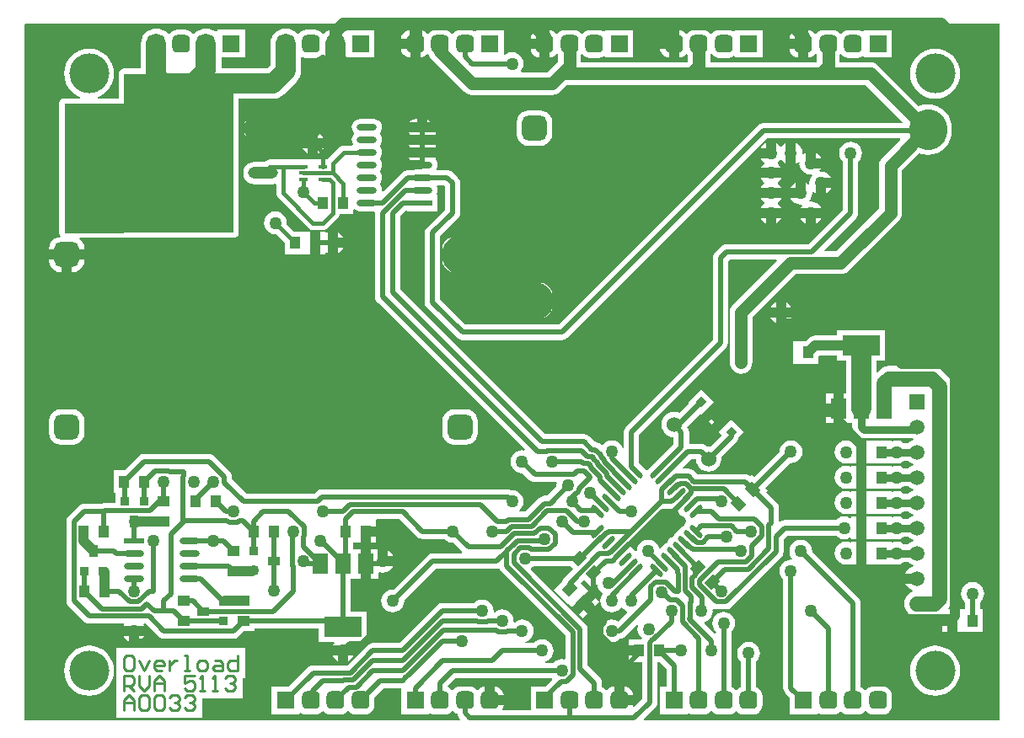
<source format=gtl>
%FSLAX24Y24*%
%MOIN*%
G70*
G01*
G75*
G04 Layer_Physical_Order=1*
G04 Layer_Color=255*
%ADD10R,0.0400X0.0500*%
%ADD11R,0.0360X0.0500*%
%ADD12R,0.0360X0.0360*%
%ADD13R,0.0500X0.0400*%
%ADD14R,0.0800X0.0240*%
%ADD15O,0.0800X0.0240*%
%ADD16R,0.0500X0.0360*%
%ADD17R,0.0360X0.0360*%
%ADD18R,0.0590X0.0790*%
%ADD19R,0.1500X0.0790*%
G04:AMPARAMS|DCode=20|XSize=40mil|YSize=50mil|CornerRadius=0mil|HoleSize=0mil|Usage=FLASHONLY|Rotation=135.000|XOffset=0mil|YOffset=0mil|HoleType=Round|Shape=Rectangle|*
%AMROTATEDRECTD20*
4,1,4,0.0318,0.0035,-0.0035,-0.0318,-0.0318,-0.0035,0.0035,0.0318,0.0318,0.0035,0.0*
%
%ADD20ROTATEDRECTD20*%

%ADD21P,0.0424X4X360.0*%
G04:AMPARAMS|DCode=22|XSize=40mil|YSize=50mil|CornerRadius=0mil|HoleSize=0mil|Usage=FLASHONLY|Rotation=225.000|XOffset=0mil|YOffset=0mil|HoleType=Round|Shape=Rectangle|*
%AMROTATEDRECTD22*
4,1,4,-0.0035,0.0318,0.0318,-0.0035,0.0035,-0.0318,-0.0318,0.0035,-0.0035,0.0318,0.0*
%
%ADD22ROTATEDRECTD22*%

%ADD23O,0.1181X0.0472*%
%ADD24R,0.2559X0.2323*%
G04:AMPARAMS|DCode=25|XSize=21.7mil|YSize=65mil|CornerRadius=0mil|HoleSize=0mil|Usage=FLASHONLY|Rotation=315.000|XOffset=0mil|YOffset=0mil|HoleType=Round|Shape=Round|*
%AMOVALD25*
21,1,0.0433,0.0217,0.0000,0.0000,45.0*
1,1,0.0217,-0.0153,-0.0153*
1,1,0.0217,0.0153,0.0153*
%
%ADD25OVALD25*%

G04:AMPARAMS|DCode=26|XSize=21.7mil|YSize=65mil|CornerRadius=0mil|HoleSize=0mil|Usage=FLASHONLY|Rotation=225.000|XOffset=0mil|YOffset=0mil|HoleType=Round|Shape=Round|*
%AMOVALD26*
21,1,0.0433,0.0217,0.0000,0.0000,315.0*
1,1,0.0217,-0.0153,0.0153*
1,1,0.0217,0.0153,-0.0153*
%
%ADD26OVALD26*%

%ADD27R,0.0335X0.0157*%
%ADD28C,0.0200*%
%ADD29C,0.0400*%
%ADD30C,0.0300*%
%ADD31C,0.0600*%
%ADD32C,0.0800*%
%ADD33C,0.0150*%
%ADD34C,0.0500*%
%ADD35C,0.1500*%
%ADD36C,0.2000*%
%ADD37C,0.0100*%
%ADD38R,0.2362X0.5118*%
%ADD39R,0.4331X0.6299*%
G04:AMPARAMS|DCode=40|XSize=70mil|YSize=70mil|CornerRadius=17.5mil|HoleSize=0mil|Usage=FLASHONLY|Rotation=0.000|XOffset=0mil|YOffset=0mil|HoleType=Round|Shape=RoundedRectangle|*
%AMROUNDEDRECTD40*
21,1,0.0700,0.0350,0,0,0.0*
21,1,0.0350,0.0700,0,0,0.0*
1,1,0.0350,0.0175,-0.0175*
1,1,0.0350,-0.0175,-0.0175*
1,1,0.0350,-0.0175,0.0175*
1,1,0.0350,0.0175,0.0175*
%
%ADD40ROUNDEDRECTD40*%
%ADD41R,0.0700X0.0700*%
%ADD42C,0.1575*%
G04:AMPARAMS|DCode=43|XSize=98.4mil|YSize=98.4mil|CornerRadius=24.6mil|HoleSize=0mil|Usage=FLASHONLY|Rotation=270.000|XOffset=0mil|YOffset=0mil|HoleType=Round|Shape=RoundedRectangle|*
%AMROUNDEDRECTD43*
21,1,0.0984,0.0492,0,0,270.0*
21,1,0.0492,0.0984,0,0,270.0*
1,1,0.0492,-0.0246,-0.0246*
1,1,0.0492,-0.0246,0.0246*
1,1,0.0492,0.0246,0.0246*
1,1,0.0492,0.0246,-0.0246*
%
%ADD43ROUNDEDRECTD43*%
%ADD44C,0.0591*%
%ADD45R,0.0591X0.0591*%
%ADD46C,0.0600*%
%ADD47C,0.0500*%
G36*
X38976Y429D02*
X38941Y394D01*
X24903D01*
X24884Y440D01*
X25337Y893D01*
X25337Y893D01*
X25385Y956D01*
X25415Y1029D01*
X25415Y1029D01*
X25415Y1029D01*
X25426Y1107D01*
X25426Y1107D01*
Y2700D01*
X25525D01*
X25780Y2445D01*
Y1731D01*
X25533D01*
Y631D01*
X26633D01*
Y676D01*
X26678Y698D01*
X26703Y679D01*
X26794Y641D01*
X26892Y628D01*
X27242D01*
X27340Y641D01*
X27431Y679D01*
X27509Y739D01*
X27534Y771D01*
X27584D01*
X27609Y739D01*
X27687Y679D01*
X27778Y641D01*
X27876Y628D01*
X28226D01*
X28324Y641D01*
X28415Y679D01*
X28494Y739D01*
X28518Y771D01*
X28568D01*
X28593Y739D01*
X28671Y679D01*
X28763Y641D01*
X28860Y628D01*
X29210D01*
X29308Y641D01*
X29400Y679D01*
X29478Y739D01*
X29538Y817D01*
X29576Y908D01*
X29589Y1006D01*
Y1356D01*
X29576Y1454D01*
X29538Y1545D01*
X29478Y1624D01*
X29400Y1684D01*
X29338Y1709D01*
Y2716D01*
X29356Y2730D01*
X29429Y2824D01*
X29474Y2934D01*
X29489Y3051D01*
X29474Y3169D01*
X29429Y3278D01*
X29356Y3372D01*
X29262Y3444D01*
X29153Y3490D01*
X29035Y3505D01*
X28918Y3490D01*
X28808Y3444D01*
X28714Y3372D01*
X28642Y3278D01*
X28597Y3169D01*
X28582Y3051D01*
X28597Y2934D01*
X28642Y2824D01*
X28714Y2730D01*
X28733Y2716D01*
Y1709D01*
X28671Y1684D01*
X28593Y1624D01*
X28568Y1591D01*
X28518D01*
X28494Y1624D01*
X28415Y1684D01*
X28354Y1709D01*
Y3897D01*
X28372Y3911D01*
X28444Y4005D01*
X28490Y4115D01*
X28505Y4232D01*
X28490Y4350D01*
X28444Y4459D01*
X28372Y4553D01*
X28278Y4625D01*
X28169Y4671D01*
X28051Y4686D01*
X27934Y4671D01*
X27824Y4625D01*
X27730Y4553D01*
X27658Y4459D01*
X27613Y4350D01*
X27597Y4232D01*
X27613Y4115D01*
X27658Y4005D01*
X27730Y3911D01*
X27749Y3897D01*
Y3847D01*
X27702Y3828D01*
X27287Y4243D01*
X27297Y4292D01*
X27392Y4331D01*
X27486Y4403D01*
X27558Y4497D01*
X27604Y4607D01*
X27619Y4724D01*
X27612Y4778D01*
X27652Y4809D01*
X27696Y4790D01*
X27775Y4780D01*
X28136D01*
X28215Y4790D01*
X28266Y4812D01*
X28288Y4821D01*
X28350Y4869D01*
X30334Y6852D01*
X30382Y6915D01*
X30412Y6988D01*
X30422Y7066D01*
Y7554D01*
X30579Y7710D01*
X32481D01*
X32495Y7692D01*
X32589Y7620D01*
X32698Y7574D01*
X32816Y7559D01*
X32933Y7574D01*
X33043Y7620D01*
X33050Y7625D01*
X33095Y7603D01*
Y7563D01*
X34695D01*
Y7563D01*
X34737Y7591D01*
X34778Y7574D01*
X34895Y7559D01*
X35013Y7574D01*
X35122Y7620D01*
X35174Y7660D01*
X35342D01*
X35342Y7659D01*
X35445Y7580D01*
X35548Y7538D01*
Y7488D01*
X35445Y7445D01*
X35342Y7366D01*
X35342Y7366D01*
X35174D01*
X35122Y7406D01*
X35013Y7451D01*
X34895Y7466D01*
X34778Y7451D01*
X34737Y7434D01*
X34695Y7462D01*
Y7463D01*
X33095D01*
Y7462D01*
X33054Y7434D01*
X33013Y7451D01*
X32895Y7466D01*
X32778Y7451D01*
X32668Y7406D01*
X32574Y7334D01*
X32502Y7240D01*
X32457Y7130D01*
X32441Y7013D01*
X32457Y6895D01*
X32502Y6786D01*
X32574Y6692D01*
X32668Y6620D01*
X32778Y6574D01*
X32895Y6559D01*
X33013Y6574D01*
X33054Y6591D01*
X33095Y6563D01*
Y6563D01*
X33295D01*
Y6802D01*
X33334Y6895D01*
X33349Y7013D01*
X33695D01*
Y6563D01*
X34695D01*
Y6563D01*
X34737Y6591D01*
X34778Y6574D01*
X34895Y6559D01*
X35013Y6574D01*
X35122Y6620D01*
X35174Y6660D01*
X35342D01*
X35342Y6659D01*
X35445Y6580D01*
X35548Y6538D01*
Y6488D01*
X35445Y6445D01*
X35342Y6366D01*
X35263Y6262D01*
X35242Y6213D01*
X35695D01*
Y5813D01*
X35242D01*
X35263Y5763D01*
X35342Y5659D01*
X35445Y5580D01*
X35542Y5540D01*
Y5490D01*
X35443Y5449D01*
X35339Y5369D01*
X35259Y5265D01*
X35208Y5143D01*
X35191Y5013D01*
X35208Y4882D01*
X35259Y4760D01*
X35339Y4656D01*
X35443Y4576D01*
X35565Y4525D01*
X35695Y4508D01*
X36395D01*
X36526Y4525D01*
X36647Y4576D01*
X36650Y4578D01*
X36695Y4556D01*
Y4531D01*
X37095D01*
Y4331D01*
X37295D01*
Y3881D01*
X38295D01*
Y4781D01*
X38198D01*
Y5077D01*
X38216Y5091D01*
X38288Y5185D01*
X38334Y5294D01*
X38349Y5412D01*
X38334Y5529D01*
X38288Y5639D01*
X38216Y5733D01*
X38122Y5805D01*
X38013Y5850D01*
X37895Y5866D01*
X37778Y5850D01*
X37668Y5805D01*
X37574Y5733D01*
X37502Y5639D01*
X37457Y5529D01*
X37441Y5412D01*
X37457Y5294D01*
X37502Y5185D01*
X37574Y5091D01*
X37593Y5077D01*
Y4781D01*
X36942D01*
X36923Y4827D01*
X36952Y4856D01*
X37032Y4960D01*
X37082Y5082D01*
X37100Y5213D01*
Y13613D01*
X37082Y13743D01*
X37032Y13865D01*
X36952Y13969D01*
X36652Y14269D01*
X36547Y14349D01*
X36426Y14400D01*
X36295Y14417D01*
X34595D01*
X34595Y14417D01*
X34465Y14400D01*
X34343Y14349D01*
X34239Y14269D01*
X34144Y14175D01*
X34098Y14194D01*
Y14628D01*
X34445D01*
Y15818D01*
X33576D01*
X33495Y15826D01*
X33415Y15818D01*
X32545D01*
Y15626D01*
X31671D01*
X31671Y15626D01*
X31566Y15612D01*
X31469Y15572D01*
X31385Y15508D01*
X31385Y15508D01*
X31288Y15411D01*
X30809D01*
Y14961D01*
Y14511D01*
X31809D01*
Y14790D01*
X31838Y14819D01*
X32545D01*
Y14628D01*
X32892D01*
Y13338D01*
X32785D01*
Y12743D01*
Y12148D01*
X33142D01*
Y12013D01*
X33154Y11921D01*
X33190Y11836D01*
X33246Y11763D01*
X33346Y11663D01*
X33419Y11607D01*
X33504Y11572D01*
X33595Y11560D01*
X35495D01*
X35548Y11538D01*
Y11488D01*
X35445Y11445D01*
X35342Y11366D01*
X35342Y11366D01*
X35174D01*
X35122Y11406D01*
X35013Y11451D01*
X34895Y11466D01*
X34778Y11451D01*
X34737Y11434D01*
X34695Y11462D01*
Y11463D01*
X33695D01*
Y11013D01*
X33349D01*
X33334Y11130D01*
X33295Y11223D01*
Y11463D01*
X33095D01*
Y11462D01*
X33054Y11434D01*
X33013Y11451D01*
X32895Y11466D01*
X32778Y11451D01*
X32668Y11406D01*
X32574Y11334D01*
X32502Y11240D01*
X32457Y11130D01*
X32441Y11013D01*
X32457Y10895D01*
X32502Y10786D01*
X32574Y10692D01*
X32668Y10620D01*
X32778Y10574D01*
X32895Y10559D01*
X33013Y10574D01*
X33054Y10591D01*
X33095Y10563D01*
Y10563D01*
X34695D01*
Y10563D01*
X34737Y10591D01*
X34778Y10574D01*
X34895Y10559D01*
X35013Y10574D01*
X35122Y10620D01*
X35174Y10660D01*
X35342D01*
X35342Y10659D01*
X35445Y10580D01*
X35548Y10538D01*
Y10488D01*
X35445Y10445D01*
X35342Y10366D01*
X35342Y10366D01*
X35174D01*
X35122Y10406D01*
X35013Y10451D01*
X34895Y10466D01*
X34778Y10451D01*
X34737Y10434D01*
X34695Y10462D01*
Y10463D01*
X33095D01*
Y10462D01*
X33054Y10434D01*
X33013Y10451D01*
X32895Y10466D01*
X32778Y10451D01*
X32668Y10406D01*
X32574Y10334D01*
X32502Y10240D01*
X32457Y10130D01*
X32441Y10013D01*
X32457Y9895D01*
X32502Y9786D01*
X32574Y9692D01*
X32668Y9620D01*
X32778Y9574D01*
X32895Y9559D01*
X33013Y9574D01*
X33054Y9591D01*
X33095Y9563D01*
Y9563D01*
X34695D01*
Y9563D01*
X34737Y9591D01*
X34778Y9574D01*
X34895Y9559D01*
X35013Y9574D01*
X35122Y9620D01*
X35174Y9660D01*
X35342D01*
X35342Y9659D01*
X35445Y9580D01*
X35548Y9538D01*
Y9488D01*
X35445Y9445D01*
X35342Y9366D01*
X35342Y9366D01*
X35174D01*
X35122Y9406D01*
X35013Y9451D01*
X34895Y9466D01*
X34778Y9451D01*
X34737Y9434D01*
X34695Y9462D01*
Y9463D01*
X33095D01*
Y9462D01*
X33054Y9434D01*
X33013Y9451D01*
X32895Y9466D01*
X32778Y9451D01*
X32668Y9406D01*
X32574Y9334D01*
X32502Y9240D01*
X32457Y9130D01*
X32441Y9013D01*
X32457Y8895D01*
X32502Y8786D01*
X32574Y8692D01*
X32668Y8620D01*
X32778Y8574D01*
X32895Y8559D01*
X33013Y8574D01*
X33054Y8591D01*
X33095Y8563D01*
Y8563D01*
X34695D01*
Y8563D01*
X34737Y8591D01*
X34778Y8574D01*
X34895Y8559D01*
X35013Y8574D01*
X35122Y8620D01*
X35174Y8660D01*
X35342D01*
X35342Y8659D01*
X35445Y8580D01*
X35548Y8538D01*
Y8488D01*
X35445Y8445D01*
X35342Y8366D01*
X35342Y8366D01*
X35174D01*
X35122Y8406D01*
X35013Y8451D01*
X34895Y8466D01*
X34778Y8451D01*
X34737Y8434D01*
X34695Y8462D01*
Y8463D01*
X33095D01*
Y8422D01*
X33050Y8400D01*
X33043Y8406D01*
X32933Y8451D01*
X32816Y8466D01*
X32698Y8451D01*
X32589Y8406D01*
X32495Y8334D01*
X32481Y8315D01*
X30454D01*
X30454Y8315D01*
X30375Y8305D01*
X30302Y8275D01*
X30288Y8263D01*
X30269Y8249D01*
X30224Y8271D01*
Y8803D01*
X30214Y8881D01*
X30183Y8954D01*
X30135Y9017D01*
X29737Y9415D01*
X29806Y9484D01*
X29701Y9588D01*
X30686Y10573D01*
X30709Y10570D01*
X30826Y10585D01*
X30936Y10631D01*
X31030Y10703D01*
X31102Y10797D01*
X31147Y10906D01*
X31163Y11024D01*
X31147Y11141D01*
X31102Y11251D01*
X31030Y11345D01*
X30936Y11417D01*
X30826Y11462D01*
X30709Y11478D01*
X30591Y11462D01*
X30482Y11417D01*
X30388Y11345D01*
X30316Y11251D01*
X30270Y11141D01*
X30255Y11024D01*
X30258Y11001D01*
X29273Y10016D01*
X29169Y10121D01*
X29100Y10052D01*
X29096Y10056D01*
X29033Y10105D01*
X28960Y10135D01*
X28882Y10145D01*
X26999D01*
X26883Y10261D01*
X26820Y10309D01*
X26747Y10339D01*
X26669Y10350D01*
X26462D01*
X26442Y10396D01*
X26768Y10721D01*
X26951D01*
X26967Y10605D01*
X27017Y10483D01*
X27097Y10379D01*
X27202Y10299D01*
X27323Y10248D01*
X27454Y10231D01*
X27584Y10248D01*
X27706Y10299D01*
X27810Y10379D01*
X27890Y10483D01*
X27941Y10605D01*
X27958Y10735D01*
X27949Y10803D01*
X28560Y11414D01*
X28560Y11414D01*
X28597Y11462D01*
X28609Y11477D01*
X28626Y11519D01*
X28639Y11550D01*
X28640Y11559D01*
X28648Y11617D01*
X28841Y11811D01*
X28346Y12306D01*
X28346Y12306D01*
X28099Y12059D01*
X27851Y11811D01*
X27851Y11811D01*
X27958Y11705D01*
Y11667D01*
X27521Y11231D01*
X27454Y11240D01*
X27386Y11231D01*
X27379Y11238D01*
X27317Y11286D01*
X27244Y11316D01*
X27165Y11326D01*
X26681D01*
Y11811D01*
X26670Y11889D01*
X26640Y11962D01*
X26607Y12006D01*
X27107Y12506D01*
X27157D01*
X27165Y12497D01*
X27165Y12497D01*
X27413Y12745D01*
X27660Y12992D01*
X27554Y13098D01*
X27165Y13487D01*
X26670Y12992D01*
X26679Y12984D01*
Y12934D01*
X26299Y12554D01*
X26220Y12586D01*
X26090Y12604D01*
X25959Y12586D01*
X25837Y12536D01*
X25733Y12456D01*
X25653Y12352D01*
X25602Y12230D01*
X25585Y12099D01*
X25602Y11969D01*
X25653Y11847D01*
X25733Y11743D01*
X25837Y11663D01*
X25959Y11612D01*
X26075Y11597D01*
Y11330D01*
X25374Y10628D01*
X25323Y10589D01*
X25017Y10283D01*
X24983D01*
X24712Y10554D01*
Y11686D01*
X28130Y15104D01*
X28179Y15167D01*
X28209Y15240D01*
X28219Y15318D01*
Y18557D01*
X28294Y18631D01*
X30129D01*
X30148Y18585D01*
X28419Y16856D01*
X28347Y16762D01*
X28302Y16653D01*
X28286Y16535D01*
Y14567D01*
X28286Y14567D01*
X28286D01*
X28302Y14449D01*
X28347Y14340D01*
X28419Y14246D01*
X28513Y14174D01*
X28623Y14129D01*
X28740Y14113D01*
X28858Y14129D01*
X28967Y14174D01*
X29061Y14246D01*
X29133Y14340D01*
X29179Y14449D01*
X29194Y14567D01*
Y16347D01*
X30897Y18050D01*
X32677D01*
X32795Y18066D01*
X32859Y18092D01*
X32904Y18111D01*
X32998Y18183D01*
X34967Y20151D01*
X34967Y20152D01*
X34998Y20192D01*
X35039Y20245D01*
X35084Y20355D01*
X35100Y20472D01*
X35100Y20472D01*
Y22155D01*
X35777Y22832D01*
X35936Y22784D01*
X36122Y22766D01*
X36308Y22784D01*
X36487Y22839D01*
X36652Y22927D01*
X36797Y23045D01*
X36916Y23190D01*
X37004Y23355D01*
X37058Y23534D01*
X37077Y23720D01*
Y23819D01*
X37058Y24005D01*
X37004Y24184D01*
X36916Y24349D01*
X36797Y24494D01*
X36652Y24613D01*
X36487Y24701D01*
X36308Y24755D01*
X36122Y24773D01*
X35936Y24755D01*
X35777Y24707D01*
X34179Y26305D01*
X34085Y26377D01*
X34040Y26396D01*
X33976Y26423D01*
X33858Y26438D01*
X32639D01*
Y26738D01*
X32652Y26755D01*
X32702D01*
X32727Y26723D01*
X32805Y26663D01*
X32896Y26625D01*
X32994Y26612D01*
X33344D01*
X33442Y26625D01*
X33533Y26663D01*
X33559Y26682D01*
X33604Y26660D01*
Y26615D01*
X34704D01*
Y27715D01*
X33604D01*
Y27671D01*
X33559Y27649D01*
X33533Y27668D01*
X33442Y27706D01*
X33344Y27719D01*
X32994D01*
X32896Y27706D01*
X32805Y27668D01*
X32727Y27608D01*
X32702Y27576D01*
X32652D01*
X32627Y27608D01*
X32549Y27668D01*
X32458Y27706D01*
X32360Y27719D01*
X32010D01*
X31912Y27706D01*
X31821Y27668D01*
X31743Y27608D01*
X31718Y27576D01*
X31668D01*
X31643Y27608D01*
X31565Y27668D01*
X31474Y27706D01*
X31401Y27715D01*
Y27165D01*
Y26615D01*
X31474Y26625D01*
X31565Y26663D01*
X31643Y26723D01*
X31668Y26755D01*
X31718D01*
X31731Y26738D01*
Y26468D01*
X31702Y26438D01*
X27521D01*
Y26738D01*
X27534Y26755D01*
X27584D01*
X27609Y26723D01*
X27687Y26663D01*
X27778Y26625D01*
X27876Y26612D01*
X28226D01*
X28324Y26625D01*
X28415Y26663D01*
X28441Y26682D01*
X28485Y26660D01*
Y26615D01*
X29585D01*
Y27715D01*
X28485D01*
Y27671D01*
X28441Y27649D01*
X28415Y27668D01*
X28324Y27706D01*
X28226Y27719D01*
X27876D01*
X27778Y27706D01*
X27687Y27668D01*
X27609Y27608D01*
X27584Y27576D01*
X27534D01*
X27509Y27608D01*
X27431Y27668D01*
X27340Y27706D01*
X27242Y27719D01*
X26892D01*
X26794Y27706D01*
X26703Y27668D01*
X26624Y27608D01*
X26600Y27576D01*
X26550D01*
X26525Y27608D01*
X26447Y27668D01*
X26356Y27706D01*
X26283Y27715D01*
Y27165D01*
Y26615D01*
X26356Y26625D01*
X26447Y26663D01*
X26525Y26723D01*
X26550Y26755D01*
X26600D01*
X26613Y26738D01*
Y26468D01*
X26584Y26438D01*
X22403D01*
Y26738D01*
X22416Y26755D01*
X22466D01*
X22491Y26723D01*
X22569Y26663D01*
X22660Y26625D01*
X22758Y26612D01*
X23108D01*
X23206Y26625D01*
X23297Y26663D01*
X23322Y26682D01*
X23367Y26660D01*
Y26615D01*
X24467D01*
Y27715D01*
X23367D01*
Y27671D01*
X23322Y27649D01*
X23297Y27668D01*
X23206Y27706D01*
X23108Y27719D01*
X22758D01*
X22660Y27706D01*
X22569Y27668D01*
X22491Y27608D01*
X22466Y27576D01*
X22416D01*
X22391Y27608D01*
X22313Y27668D01*
X22222Y27706D01*
X22124Y27719D01*
X21774D01*
X21676Y27706D01*
X21585Y27668D01*
X21506Y27608D01*
X21482Y27576D01*
X21432D01*
X21407Y27608D01*
X21329Y27668D01*
X21237Y27706D01*
X21165Y27715D01*
Y27165D01*
Y26615D01*
X21237Y26625D01*
X21329Y26663D01*
X21407Y26723D01*
X21432Y26755D01*
X21482D01*
X21495Y26738D01*
Y26468D01*
X21333Y26305D01*
X21333Y26305D01*
X21333Y26305D01*
X21072Y26044D01*
X20053D01*
X20031Y26089D01*
X20078Y26151D01*
X20123Y26260D01*
X20139Y26378D01*
X20123Y26495D01*
X20078Y26605D01*
X20006Y26699D01*
X19912Y26771D01*
X19803Y26816D01*
X19685Y26832D01*
X19568Y26816D01*
X19458Y26771D01*
X19394Y26722D01*
X19349Y26744D01*
Y27715D01*
X18249D01*
Y27671D01*
X18204Y27649D01*
X18179Y27668D01*
X18088Y27706D01*
X17990Y27719D01*
X17640D01*
X17542Y27706D01*
X17451Y27668D01*
X17373Y27608D01*
X17348Y27576D01*
X17298D01*
X17273Y27608D01*
X17195Y27668D01*
X17104Y27706D01*
X17006Y27719D01*
X16656D01*
X16558Y27706D01*
X16467Y27668D01*
X16388Y27608D01*
X16364Y27576D01*
X16314D01*
X16289Y27608D01*
X16211Y27668D01*
X16119Y27706D01*
X16046Y27715D01*
Y27165D01*
Y26615D01*
X16119Y26625D01*
X16211Y26663D01*
X16289Y26723D01*
X16314Y26755D01*
X16364D01*
X16388Y26723D01*
X16412Y26705D01*
X16424Y26676D01*
X16438Y26643D01*
X16510Y26549D01*
X17789Y25270D01*
X17883Y25197D01*
X17993Y25152D01*
X18110Y25137D01*
X21260D01*
X21377Y25152D01*
X21441Y25179D01*
X21487Y25197D01*
X21581Y25270D01*
X21581Y25270D01*
X21581Y25270D01*
X21842Y25530D01*
X33670D01*
X35131Y24069D01*
X35112Y24023D01*
X29626D01*
X29626Y24023D01*
X29557Y24014D01*
X29548Y24013D01*
X29511Y23998D01*
X29475Y23983D01*
X29412Y23934D01*
X21528Y16051D01*
X17842D01*
X16838Y17054D01*
Y19560D01*
X17537Y20258D01*
X17537Y20258D01*
X17574Y20307D01*
X17585Y20321D01*
X17615Y20394D01*
X17625Y20472D01*
X17625Y20472D01*
Y21654D01*
X17615Y21732D01*
X17585Y21805D01*
X17537Y21868D01*
X17537Y21868D01*
X17324Y22080D01*
X17262Y22128D01*
X17240Y22137D01*
X17189Y22158D01*
X17110Y22169D01*
X16731D01*
X16704Y22210D01*
X16733Y22283D01*
X16744Y22366D01*
X16733Y22450D01*
X16701Y22528D01*
X16650Y22594D01*
Y22638D01*
X16672Y22666D01*
X15612D01*
X15634Y22638D01*
Y22594D01*
X15612Y22566D01*
X16142D01*
Y22189D01*
X15862D01*
X15778Y22178D01*
X15756Y22169D01*
X15562D01*
X15555Y22168D01*
X15555Y22168D01*
X15493Y22160D01*
X15484Y22158D01*
X15454Y22146D01*
X15411Y22128D01*
X15396Y22117D01*
X15348Y22080D01*
X15348Y22080D01*
X14586Y21318D01*
X14541Y21340D01*
X14544Y21366D01*
X14533Y21450D01*
X14501Y21528D01*
X14450Y21594D01*
Y21638D01*
X14501Y21705D01*
X14533Y21783D01*
X14544Y21866D01*
X14533Y21950D01*
X14501Y22028D01*
X14450Y22094D01*
Y22138D01*
X14501Y22205D01*
X14533Y22283D01*
X14544Y22366D01*
X14533Y22450D01*
X14501Y22528D01*
X14450Y22594D01*
Y22638D01*
X14501Y22705D01*
X14533Y22783D01*
X14544Y22866D01*
X14533Y22950D01*
X14501Y23028D01*
X14450Y23094D01*
Y23138D01*
X14501Y23205D01*
X14533Y23283D01*
X14544Y23366D01*
X14533Y23450D01*
X14501Y23528D01*
X14450Y23594D01*
Y23638D01*
X14501Y23705D01*
X14533Y23783D01*
X14544Y23866D01*
X14533Y23950D01*
X14501Y24028D01*
X14450Y24094D01*
X14383Y24146D01*
X14305Y24178D01*
X14222Y24189D01*
X13662D01*
X13578Y24178D01*
X13500Y24146D01*
X13434Y24094D01*
X13382Y24028D01*
X13350Y23950D01*
X13339Y23866D01*
X13350Y23783D01*
X13382Y23705D01*
X13434Y23638D01*
Y23594D01*
X13382Y23528D01*
X13350Y23450D01*
X13339Y23366D01*
X13350Y23283D01*
X13382Y23205D01*
X13395Y23188D01*
X13373Y23144D01*
X13024D01*
X12952Y23134D01*
X12913Y23118D01*
X12885Y23106D01*
X12827Y23062D01*
X12402Y22637D01*
X12360Y22582D01*
X11818D01*
D01*
D01*
X11818Y22582D01*
X11804D01*
Y22582D01*
X11070D01*
Y22581D01*
X10098D01*
X10027Y22571D01*
X9960Y22543D01*
X9902Y22499D01*
X9890Y22487D01*
X9488D01*
X9374Y22472D01*
X9268Y22428D01*
X9177Y22358D01*
X9107Y22267D01*
X9063Y22161D01*
X9048Y22047D01*
X9063Y21933D01*
X9107Y21827D01*
X9177Y21736D01*
X9268Y21666D01*
X9374Y21622D01*
X9488Y21607D01*
X10197D01*
X10311Y21622D01*
X10311Y21622D01*
X10353Y21595D01*
Y21260D01*
X10362Y21188D01*
X10390Y21121D01*
X10434Y21064D01*
X11615Y19883D01*
X11672Y19839D01*
X11739Y19811D01*
X11811Y19801D01*
X12205D01*
X12277Y19811D01*
X12316Y19827D01*
X12343Y19839D01*
X12401Y19883D01*
X12795Y20276D01*
X12839Y20334D01*
X12866Y20401D01*
X12868Y20416D01*
X13405D01*
Y20603D01*
X13450Y20626D01*
X13500Y20587D01*
X13578Y20554D01*
X13662Y20543D01*
X14222D01*
X14234Y20545D01*
X14269Y20510D01*
X14264Y20475D01*
Y17160D01*
X14264Y17160D01*
X14264D01*
X14275Y17081D01*
X14305Y17008D01*
X14353Y16946D01*
X20181Y11118D01*
X20159Y11073D01*
X20079Y11084D01*
X19961Y11068D01*
X19852Y11023D01*
X19758Y10951D01*
X19686Y10857D01*
X19640Y10747D01*
X19625Y10630D01*
X19640Y10512D01*
X19686Y10403D01*
X19758Y10309D01*
X19852Y10237D01*
X19961Y10192D01*
X20079Y10176D01*
X20102Y10179D01*
X20372Y9909D01*
X20372Y9909D01*
X20408Y9881D01*
X20435Y9860D01*
X20465Y9848D01*
X20508Y9830D01*
X20586Y9820D01*
X21422D01*
X21455Y9782D01*
X21443Y9693D01*
X21446Y9670D01*
X21057Y9280D01*
X20963D01*
X20885Y9270D01*
X20812Y9240D01*
X20750Y9192D01*
X20205Y8647D01*
X19970D01*
X19954Y8694D01*
X20006Y8734D01*
X20078Y8828D01*
X20123Y8938D01*
X20139Y9055D01*
X20123Y9173D01*
X20078Y9282D01*
X20006Y9376D01*
X19912Y9448D01*
X19803Y9494D01*
X19685Y9509D01*
X19627Y9501D01*
X19597Y9514D01*
X19519Y9524D01*
X12157D01*
X12157Y9524D01*
X12087Y9515D01*
X12078Y9514D01*
X12005Y9483D01*
X11943Y9435D01*
X11865Y9358D01*
X9180D01*
X8607Y9932D01*
Y10021D01*
X8596Y10099D01*
X8575Y10151D01*
X8566Y10172D01*
X8518Y10235D01*
X7909Y10844D01*
X7846Y10892D01*
X7825Y10901D01*
X7773Y10922D01*
X7695Y10933D01*
X5118D01*
X5118Y10933D01*
X5040Y10922D01*
X4967Y10892D01*
X4952Y10881D01*
X4904Y10844D01*
X4904Y10844D01*
X4353Y10293D01*
X3918D01*
Y9393D01*
X3988D01*
Y8998D01*
X3577D01*
X3577Y8998D01*
X3508Y8989D01*
X3499Y8987D01*
X3477Y8979D01*
X3442Y8964D01*
X2756D01*
X2678Y8954D01*
X2635Y8936D01*
X2605Y8923D01*
X2542Y8875D01*
X2148Y8482D01*
X2100Y8419D01*
X2070Y8346D01*
X2060Y8268D01*
Y5118D01*
X2060Y5118D01*
X2060D01*
X2070Y5040D01*
X2100Y4967D01*
X2148Y4904D01*
X2745Y4308D01*
X2745D01*
X2745Y4308D01*
X2745Y4308D01*
Y4308D01*
X2807Y4260D01*
X2880Y4230D01*
X2880Y4230D01*
X2880Y4230D01*
D01*
X2880Y4230D01*
X2880Y4230D01*
X2959Y4219D01*
X2959Y4219D01*
X4317D01*
X4339Y4174D01*
X4331Y4164D01*
X4320Y4137D01*
X5129D01*
X5117Y4164D01*
X5109Y4174D01*
X5132Y4219D01*
X5195D01*
X5692Y3723D01*
X5754Y3675D01*
X5827Y3645D01*
X5836Y3644D01*
X5906Y3634D01*
X5906Y3634D01*
X8661D01*
X8740Y3645D01*
X8813Y3675D01*
X8875Y3723D01*
X9083Y3931D01*
X9505D01*
Y4028D01*
X12042D01*
Y3507D01*
X12642D01*
X12665Y3462D01*
X12599Y3377D01*
X12588Y3350D01*
X13396D01*
X13385Y3377D01*
X13320Y3462D01*
X13342Y3507D01*
X13942D01*
Y4697D01*
X13295D01*
Y5987D01*
X13702D01*
Y6582D01*
Y7177D01*
X13382D01*
Y7424D01*
X13680D01*
Y7874D01*
X13880D01*
Y8074D01*
X14280D01*
Y8324D01*
D01*
Y8324D01*
X14314Y8359D01*
X15229D01*
X15928Y7660D01*
X15990Y7612D01*
X16012Y7603D01*
X16063Y7582D01*
X16142Y7571D01*
X16988D01*
X17002Y7553D01*
X17096Y7481D01*
X17205Y7436D01*
X17323Y7420D01*
X17346Y7423D01*
X17705Y7064D01*
X17702Y7014D01*
X17677Y6995D01*
X16535D01*
X16535Y6995D01*
X16457Y6985D01*
X16384Y6955D01*
X16321Y6907D01*
X14984Y5569D01*
X14961Y5572D01*
X14843Y5557D01*
X14734Y5511D01*
X14640Y5439D01*
X14568Y5345D01*
X14522Y5236D01*
X14507Y5118D01*
X14522Y5001D01*
X14568Y4891D01*
X14640Y4797D01*
X14734Y4725D01*
X14843Y4680D01*
X14961Y4664D01*
X15078Y4680D01*
X15188Y4725D01*
X15282Y4797D01*
X15354Y4891D01*
X15399Y5001D01*
X15415Y5118D01*
X15411Y5141D01*
X16661Y6390D01*
X19075D01*
X19153Y6401D01*
X19193Y6384D01*
X19208Y6349D01*
X19256Y6286D01*
X21781Y3761D01*
Y2837D01*
X21743Y2804D01*
X21654Y2816D01*
X21536Y2801D01*
X21427Y2755D01*
X21333Y2683D01*
X21319Y2665D01*
X21000D01*
X20990Y2714D01*
X21093Y2757D01*
X21187Y2829D01*
X21259Y2923D01*
X21305Y3032D01*
X21320Y3150D01*
X21305Y3267D01*
X21259Y3377D01*
X21187Y3471D01*
X21093Y3543D01*
X20984Y3588D01*
X20866Y3603D01*
X20749Y3588D01*
X20639Y3543D01*
X20545Y3471D01*
X20531Y3452D01*
X20212D01*
X20203Y3501D01*
X20306Y3544D01*
X20400Y3616D01*
X20472Y3710D01*
X20517Y3820D01*
X20533Y3937D01*
X20517Y4054D01*
X20472Y4164D01*
X20400Y4258D01*
X20306Y4330D01*
X20196Y4375D01*
X20079Y4391D01*
X19961Y4375D01*
X19852Y4330D01*
X19785Y4279D01*
X19742Y4304D01*
X19745Y4331D01*
X19730Y4448D01*
X19684Y4558D01*
X19612Y4652D01*
X19518Y4724D01*
X19409Y4769D01*
X19291Y4785D01*
X19174Y4769D01*
X19064Y4724D01*
X18998Y4673D01*
X18954Y4698D01*
X18958Y4724D01*
X18942Y4842D01*
X18897Y4951D01*
X18825Y5045D01*
X18731Y5117D01*
X18621Y5163D01*
X18504Y5178D01*
X18386Y5163D01*
X18277Y5117D01*
X18183Y5045D01*
X18169Y5027D01*
X16922D01*
X16844Y5017D01*
X16771Y4986D01*
X16708Y4938D01*
X15875Y4105D01*
X15853Y4076D01*
X15229Y3452D01*
X14173D01*
X14095Y3442D01*
X14052Y3424D01*
X14022Y3412D01*
X13959Y3364D01*
X13169Y2574D01*
X11818D01*
X11818Y2574D01*
X11749Y2565D01*
X11740Y2563D01*
X11704Y2548D01*
X11667Y2533D01*
X11604Y2485D01*
X10850Y1731D01*
X10178D01*
Y631D01*
X11278D01*
Y676D01*
X11323Y698D01*
X11348Y679D01*
X11440Y641D01*
X11538Y628D01*
X11888D01*
X11985Y641D01*
X12077Y679D01*
X12155Y739D01*
X12180Y771D01*
X12230D01*
X12254Y739D01*
X12333Y679D01*
X12424Y641D01*
X12522Y628D01*
X12872D01*
X12970Y641D01*
X13061Y679D01*
X13139Y739D01*
X13164Y771D01*
X13214D01*
X13239Y739D01*
X13317Y679D01*
X13408Y641D01*
X13506Y628D01*
X13856D01*
X13954Y641D01*
X14045Y679D01*
X14124Y739D01*
X14184Y817D01*
X14221Y908D01*
X14234Y1006D01*
Y1306D01*
X14594Y1666D01*
X15296D01*
Y631D01*
X16396D01*
Y676D01*
X16441Y698D01*
X16467Y679D01*
X16558Y641D01*
X16656Y628D01*
X17006D01*
X17104Y641D01*
X17195Y679D01*
X17273Y739D01*
X17298Y771D01*
X17348D01*
X17373Y739D01*
X17451Y679D01*
X17517Y651D01*
X17523Y611D01*
X17553Y538D01*
X17601Y475D01*
X17636Y440D01*
X17617Y394D01*
X394D01*
X394Y27917D01*
X429Y27953D01*
X38976D01*
X38976Y429D01*
D02*
G37*
G36*
X35033Y23372D02*
X34325Y22663D01*
X34253Y22569D01*
X34207Y22460D01*
X34192Y22343D01*
Y20660D01*
X32489Y18958D01*
X32050D01*
X32030Y19004D01*
X33285Y20258D01*
X33333Y20321D01*
X33363Y20394D01*
X33373Y20472D01*
X33373Y20472D01*
X33373Y20472D01*
Y20472D01*
Y22500D01*
X33392Y22514D01*
X33464Y22608D01*
X33509Y22717D01*
X33525Y22835D01*
X33509Y22952D01*
X33464Y23062D01*
X33392Y23156D01*
X33298Y23228D01*
X33188Y23273D01*
X33071Y23289D01*
X32953Y23273D01*
X32844Y23228D01*
X32750Y23156D01*
X32678Y23062D01*
X32632Y22952D01*
X32617Y22835D01*
X32632Y22717D01*
X32678Y22608D01*
X32750Y22514D01*
X32768Y22500D01*
Y20598D01*
X31407Y19237D01*
X28168D01*
X28090Y19226D01*
X28038Y19205D01*
X28017Y19196D01*
X27954Y19148D01*
X27702Y18896D01*
X27654Y18833D01*
X27624Y18760D01*
X27614Y18682D01*
Y15443D01*
X24195Y12025D01*
X24147Y11962D01*
X24117Y11889D01*
X24107Y11811D01*
Y11157D01*
X24058Y11147D01*
X24015Y11251D01*
X23943Y11345D01*
X23849Y11417D01*
X23740Y11462D01*
X23622Y11478D01*
X23505Y11462D01*
X23395Y11417D01*
X23301Y11345D01*
X23264Y11296D01*
X23214Y11293D01*
X23181Y11326D01*
X23118Y11375D01*
X23045Y11405D01*
X22967Y11415D01*
X22949D01*
X22732Y11631D01*
X22670Y11679D01*
X22648Y11688D01*
X22597Y11710D01*
X22519Y11720D01*
X20991D01*
X15263Y17448D01*
Y20347D01*
X15480Y20564D01*
X15542D01*
Y20546D01*
X16742D01*
Y21186D01*
X16739D01*
X16711Y21228D01*
X16733Y21283D01*
X16744Y21366D01*
X16733Y21450D01*
X16704Y21522D01*
X16731Y21564D01*
X16985D01*
X17020Y21528D01*
Y20598D01*
X16321Y19899D01*
X16273Y19836D01*
X16243Y19763D01*
X16233Y19685D01*
Y16929D01*
X16233Y16929D01*
X16233D01*
X16243Y16851D01*
X16273Y16778D01*
X16321Y16715D01*
X17503Y15534D01*
X17565Y15486D01*
X17638Y15456D01*
X17717Y15445D01*
X21654D01*
X21732Y15456D01*
X21783Y15477D01*
X21805Y15486D01*
X21868Y15534D01*
X29751Y23418D01*
X35014D01*
X35033Y23372D01*
D02*
G37*
G36*
X22104Y6393D02*
X21732Y6020D01*
X21684Y5958D01*
X21675Y5936D01*
X21655Y5888D01*
X21345Y5578D01*
X21911Y5012D01*
X22052Y4871D01*
X22370Y5189D01*
X22688Y5507D01*
X22547Y5648D01*
X22381Y5814D01*
X22532Y5965D01*
X22870Y5627D01*
X23006Y5763D01*
X23053Y5747D01*
X23060Y5698D01*
X23105Y5588D01*
X23177Y5494D01*
X23254Y5435D01*
X23260Y5386D01*
X23229Y5345D01*
X23184Y5236D01*
X23168Y5118D01*
X23184Y5001D01*
X23229Y4891D01*
X23301Y4797D01*
X23395Y4725D01*
X23505Y4680D01*
X23622Y4664D01*
X23740Y4680D01*
X23849Y4725D01*
X23943Y4797D01*
X23991Y4859D01*
X24041D01*
X24089Y4797D01*
X24183Y4725D01*
X24226Y4707D01*
X24236Y4658D01*
X23883Y4304D01*
X23849Y4330D01*
X23740Y4375D01*
X23622Y4391D01*
X23505Y4375D01*
X23395Y4330D01*
X23301Y4258D01*
X23229Y4164D01*
X23184Y4054D01*
X23168Y3937D01*
X23184Y3820D01*
X23229Y3710D01*
X23301Y3616D01*
X23395Y3544D01*
X23505Y3499D01*
X23622Y3483D01*
X23740Y3499D01*
X23849Y3544D01*
X23943Y3616D01*
X23959Y3636D01*
X24021Y3645D01*
X24073Y3666D01*
X24094Y3675D01*
X24157Y3723D01*
X24620Y4186D01*
X24661Y4158D01*
X24648Y4127D01*
X24633Y4010D01*
X24648Y3892D01*
X24694Y3783D01*
X24766Y3689D01*
X24820Y3647D01*
X24804Y3600D01*
X24303D01*
Y3350D01*
X24703D01*
Y2950D01*
X24303D01*
Y2700D01*
X24821D01*
Y1233D01*
X24507Y919D01*
X24462Y941D01*
X24467Y981D01*
X23917D01*
Y1181D01*
X23717D01*
Y1731D01*
X23644Y1721D01*
X23553Y1684D01*
X23475Y1624D01*
X23450Y1591D01*
X23400D01*
X23376Y1624D01*
X23297Y1684D01*
X23236Y1709D01*
Y1870D01*
X23225Y1948D01*
X23195Y2021D01*
X23147Y2084D01*
X22666Y2565D01*
Y4003D01*
X22666Y4003D01*
X22656Y4081D01*
X22626Y4154D01*
X22578Y4217D01*
X20426Y6368D01*
X20429Y6418D01*
X20501Y6473D01*
X20515Y6492D01*
X22006D01*
X22104Y6393D01*
D02*
G37*
G36*
X26130Y8730D02*
X26195Y8680D01*
X26270Y8649D01*
X26272Y8649D01*
X26273Y8647D01*
X26304Y8572D01*
X26353Y8507D01*
X26417Y8458D01*
X26492Y8427D01*
X26495Y8426D01*
X26495Y8424D01*
X26526Y8349D01*
X26576Y8284D01*
Y8251D01*
X26526Y8187D01*
X26495Y8112D01*
X26495Y8109D01*
X26492Y8109D01*
X26417Y8078D01*
X26353Y8028D01*
X26304Y7964D01*
X26273Y7889D01*
X26272Y7886D01*
X26270Y7886D01*
X26195Y7855D01*
X26130Y7806D01*
X26081Y7741D01*
X26050Y7666D01*
X26050Y7664D01*
X26047Y7663D01*
X25972Y7632D01*
X25908Y7583D01*
X25858Y7518D01*
X25827Y7443D01*
X25827Y7441D01*
X25824Y7441D01*
X25749Y7410D01*
X25685Y7360D01*
X25635Y7296D01*
X25604Y7221D01*
X25604Y7218D01*
X25602Y7218D01*
X25597Y7216D01*
X25506Y7204D01*
X25461Y7314D01*
X25388Y7408D01*
X25294Y7480D01*
X25185Y7525D01*
X25068Y7541D01*
X24950Y7525D01*
X24841Y7480D01*
X24747Y7408D01*
X24674Y7314D01*
X24629Y7204D01*
X24617Y7110D01*
X24568Y7097D01*
X24538Y7137D01*
X24473Y7187D01*
X24398Y7218D01*
X24396Y7218D01*
X24396Y7221D01*
X24365Y7296D01*
X24315Y7360D01*
X24314Y7377D01*
X24541Y7604D01*
X24561Y7612D01*
X24623Y7660D01*
X25716Y8753D01*
X26010D01*
X26088Y8763D01*
X26101Y8768D01*
X26130Y8730D01*
D02*
G37*
G36*
X21271Y2013D02*
X20988Y1731D01*
X20415D01*
Y795D01*
X19338D01*
X19310Y836D01*
X19340Y908D01*
X19349Y981D01*
X18799D01*
Y1181D01*
X18599D01*
Y1731D01*
X18526Y1721D01*
X18435Y1684D01*
X18357Y1624D01*
X18332Y1591D01*
X18282D01*
X18257Y1624D01*
X18179Y1684D01*
X18088Y1721D01*
X17990Y1734D01*
X17640D01*
X17542Y1721D01*
X17451Y1684D01*
X17373Y1624D01*
X17348Y1591D01*
X17298D01*
X17273Y1624D01*
X17195Y1684D01*
X17150Y1702D01*
X17140Y1751D01*
X17448Y2060D01*
X21251D01*
X21271Y2013D01*
D02*
G37*
%LPC*%
G36*
X21267Y16808D02*
X20771D01*
Y16312D01*
X20817D01*
X20933Y16327D01*
X21042Y16372D01*
X21135Y16444D01*
X21207Y16537D01*
X21252Y16645D01*
X21267Y16762D01*
Y16808D01*
D02*
G37*
G36*
X36818D02*
X36322D01*
Y16312D01*
X36368D01*
X36485Y16327D01*
X36593Y16372D01*
X36686Y16444D01*
X36758Y16537D01*
X36803Y16645D01*
X36818Y16762D01*
Y16808D01*
D02*
G37*
G36*
X35922D02*
X35426D01*
Y16762D01*
X35441Y16645D01*
X35486Y16537D01*
X35558Y16444D01*
X35651Y16372D01*
X35760Y16327D01*
X35876Y16312D01*
X35922D01*
Y16808D01*
D02*
G37*
G36*
X20371D02*
X19875D01*
Y16762D01*
X19890Y16645D01*
X19935Y16537D01*
X20007Y16444D01*
X20100Y16372D01*
X20208Y16327D01*
X20325Y16312D01*
X20371D01*
Y16808D01*
D02*
G37*
G36*
X30409Y14761D02*
X30209D01*
Y14511D01*
X30409D01*
Y14761D01*
D02*
G37*
G36*
X32385Y13338D02*
X32090D01*
Y12943D01*
X32385D01*
Y13338D01*
D02*
G37*
G36*
X30409Y15411D02*
X30209D01*
Y15161D01*
X30409D01*
Y15411D01*
D02*
G37*
G36*
X30719Y16335D02*
X30515D01*
Y16131D01*
X30542Y16142D01*
X30636Y16214D01*
X30708Y16308D01*
X30719Y16335D01*
D02*
G37*
G36*
X30115D02*
X29911D01*
X29922Y16308D01*
X29994Y16214D01*
X30088Y16142D01*
X30115Y16131D01*
Y16335D01*
D02*
G37*
G36*
X1867Y18619D02*
X1371D01*
Y18573D01*
X1386Y18456D01*
X1431Y18348D01*
X1503Y18255D01*
X1596Y18183D01*
X1704Y18138D01*
X1821Y18123D01*
X1867D01*
Y18619D01*
D02*
G37*
G36*
X36368Y17704D02*
X36322D01*
Y17208D01*
X36818D01*
Y17254D01*
X36803Y17370D01*
X36758Y17479D01*
X36686Y17572D01*
X36593Y17644D01*
X36485Y17689D01*
X36368Y17704D01*
D02*
G37*
G36*
X2763Y18619D02*
X2267D01*
Y18123D01*
X2313D01*
X2429Y18138D01*
X2538Y18183D01*
X2631Y18255D01*
X2703Y18348D01*
X2748Y18456D01*
X2763Y18573D01*
Y18619D01*
D02*
G37*
G36*
X18314D02*
X17818D01*
Y18123D01*
X17864D01*
X17981Y18138D01*
X18089Y18183D01*
X18182Y18255D01*
X18254Y18348D01*
X18299Y18456D01*
X18314Y18573D01*
Y18619D01*
D02*
G37*
G36*
X17418D02*
X16922D01*
Y18573D01*
X16937Y18456D01*
X16982Y18348D01*
X17054Y18255D01*
X17147Y18183D01*
X17256Y18138D01*
X17372Y18123D01*
X17418D01*
Y18619D01*
D02*
G37*
G36*
X30515Y16940D02*
Y16735D01*
X30719D01*
X30708Y16762D01*
X30636Y16856D01*
X30542Y16929D01*
X30515Y16940D01*
D02*
G37*
G36*
X30115D02*
X30088Y16929D01*
X29994Y16856D01*
X29922Y16762D01*
X29911Y16735D01*
X30115D01*
Y16940D01*
D02*
G37*
G36*
X20371Y17704D02*
X20325D01*
X20208Y17689D01*
X20100Y17644D01*
X20007Y17572D01*
X19935Y17479D01*
X19890Y17370D01*
X19875Y17254D01*
Y17208D01*
X20371D01*
Y17704D01*
D02*
G37*
G36*
X35922D02*
X35876D01*
X35760Y17689D01*
X35651Y17644D01*
X35558Y17572D01*
X35486Y17479D01*
X35441Y17370D01*
X35426Y17254D01*
Y17208D01*
X35922D01*
Y17704D01*
D02*
G37*
G36*
X20817D02*
X20771D01*
Y17208D01*
X21267D01*
Y17254D01*
X21252Y17370D01*
X21207Y17479D01*
X21135Y17572D01*
X21042Y17644D01*
X20933Y17689D01*
X20817Y17704D01*
D02*
G37*
G36*
X13396Y2950D02*
X13192D01*
Y2745D01*
X13219Y2757D01*
X13313Y2829D01*
X13385Y2923D01*
X13396Y2950D01*
D02*
G37*
G36*
X12792D02*
X12588D01*
X12599Y2923D01*
X12671Y2829D01*
X12765Y2757D01*
X12792Y2745D01*
Y2950D01*
D02*
G37*
G36*
X4524Y3737D02*
X4320D01*
X4331Y3710D01*
X4403Y3616D01*
X4497Y3544D01*
X4524Y3533D01*
Y3737D01*
D02*
G37*
G36*
X36895Y4131D02*
X36695D01*
Y3881D01*
X36895D01*
Y4131D01*
D02*
G37*
G36*
X5129Y3737D02*
X4924D01*
Y3533D01*
X4951Y3544D01*
X5045Y3616D01*
X5117Y3710D01*
X5129Y3737D01*
D02*
G37*
G36*
X2953Y3354D02*
X2759Y3335D01*
X2573Y3279D01*
X2402Y3187D01*
X2251Y3064D01*
X2128Y2913D01*
X2036Y2742D01*
X1980Y2556D01*
X1961Y2362D01*
X1980Y2169D01*
X2036Y1983D01*
X2128Y1811D01*
X2251Y1661D01*
X2402Y1537D01*
X2573Y1446D01*
X2759Y1389D01*
X2953Y1370D01*
X3146Y1389D01*
X3332Y1446D01*
X3504Y1537D01*
X3654Y1661D01*
X3778Y1811D01*
X3869Y1983D01*
X3926Y2169D01*
X3945Y2362D01*
X3926Y2556D01*
X3869Y2742D01*
X3778Y2913D01*
X3654Y3064D01*
X3504Y3187D01*
X3332Y3279D01*
X3146Y3335D01*
X2953Y3354D01*
D02*
G37*
G36*
X9129Y3262D02*
X4031D01*
Y2062D01*
Y1275D01*
Y487D01*
X7430D01*
Y1275D01*
X9029D01*
Y2062D01*
X9129D01*
Y3262D01*
D02*
G37*
G36*
X36417Y3354D02*
X36224Y3335D01*
X36038Y3279D01*
X35866Y3187D01*
X35716Y3064D01*
X35592Y2913D01*
X35501Y2742D01*
X35444Y2556D01*
X35425Y2362D01*
X35444Y2169D01*
X35501Y1983D01*
X35592Y1811D01*
X35716Y1661D01*
X35866Y1537D01*
X36038Y1446D01*
X36224Y1389D01*
X36417Y1370D01*
X36611Y1389D01*
X36797Y1446D01*
X36969Y1537D01*
X37119Y1661D01*
X37242Y1811D01*
X37334Y1983D01*
X37390Y2169D01*
X37410Y2362D01*
X37390Y2556D01*
X37334Y2742D01*
X37242Y2913D01*
X37119Y3064D01*
X36969Y3187D01*
X36797Y3279D01*
X36611Y3335D01*
X36417Y3354D01*
D02*
G37*
G36*
X24117Y1731D02*
Y1381D01*
X24467D01*
X24458Y1454D01*
X24420Y1545D01*
X24360Y1624D01*
X24281Y1684D01*
X24190Y1721D01*
X24117Y1731D01*
D02*
G37*
G36*
X18999D02*
Y1381D01*
X19349D01*
X19340Y1454D01*
X19302Y1545D01*
X19242Y1624D01*
X19163Y1684D01*
X19072Y1721D01*
X18999Y1731D01*
D02*
G37*
G36*
X2313Y12704D02*
X1821D01*
X1704Y12689D01*
X1596Y12644D01*
X1503Y12572D01*
X1431Y12479D01*
X1386Y12370D01*
X1371Y12254D01*
Y11762D01*
X1386Y11645D01*
X1431Y11537D01*
X1503Y11444D01*
X1596Y11372D01*
X1704Y11327D01*
X1821Y11312D01*
X2313D01*
X2429Y11327D01*
X2538Y11372D01*
X2631Y11444D01*
X2703Y11537D01*
X2748Y11645D01*
X2763Y11762D01*
Y12254D01*
X2748Y12370D01*
X2703Y12479D01*
X2631Y12572D01*
X2538Y12644D01*
X2429Y12689D01*
X2313Y12704D01*
D02*
G37*
G36*
X14280Y7674D02*
X14080D01*
Y7424D01*
X14280D01*
Y7674D01*
D02*
G37*
G36*
X17864Y12704D02*
X17372D01*
X17256Y12689D01*
X17147Y12644D01*
X17054Y12572D01*
X16982Y12479D01*
X16937Y12370D01*
X16922Y12254D01*
Y11762D01*
X16937Y11645D01*
X16982Y11537D01*
X17054Y11444D01*
X17147Y11372D01*
X17256Y11327D01*
X17372Y11312D01*
X17864D01*
X17981Y11327D01*
X18089Y11372D01*
X18182Y11444D01*
X18254Y11537D01*
X18299Y11645D01*
X18314Y11762D01*
Y12254D01*
X18299Y12370D01*
X18254Y12479D01*
X18182Y12572D01*
X18089Y12644D01*
X17981Y12689D01*
X17864Y12704D01*
D02*
G37*
G36*
X32385Y12543D02*
X32090D01*
Y12148D01*
X32385D01*
Y12543D01*
D02*
G37*
G36*
X27943Y12709D02*
X27696Y12462D01*
X27448Y12214D01*
X27554Y12108D01*
X27554D01*
X27569Y12094D01*
X27816Y12341D01*
X28064Y12589D01*
X27958Y12695D01*
D01*
X27943Y12709D01*
D02*
G37*
G36*
X22971Y5224D02*
X22794Y5047D01*
X22936Y4906D01*
X23113Y5083D01*
X22971Y5224D01*
D02*
G37*
G36*
X22512Y4765D02*
X22335Y4588D01*
X22476Y4446D01*
X22653Y4623D01*
X22512Y4765D01*
D02*
G37*
G36*
X14367Y7177D02*
X14102D01*
Y6582D01*
Y5987D01*
X14397D01*
Y6231D01*
X14439Y6259D01*
X14449Y6255D01*
X14567Y6239D01*
X14684Y6255D01*
X14794Y6300D01*
X14888Y6372D01*
X14960Y6466D01*
X14971Y6493D01*
X14567D01*
Y6693D01*
X14367D01*
Y7177D01*
D02*
G37*
G36*
X14767Y7097D02*
Y6893D01*
X14971D01*
X14960Y6920D01*
X14888Y7014D01*
X14794Y7086D01*
X14767Y7097D01*
D02*
G37*
G36*
X31102Y7541D02*
X30985Y7525D01*
X30875Y7480D01*
X30781Y7408D01*
X30709Y7314D01*
X30664Y7204D01*
X30648Y7087D01*
X30664Y6969D01*
X30709Y6860D01*
X30759Y6795D01*
X30734Y6752D01*
X30709Y6755D01*
X30591Y6740D01*
X30482Y6695D01*
X30388Y6622D01*
X30316Y6528D01*
X30270Y6419D01*
X30255Y6301D01*
X30270Y6184D01*
X30316Y6075D01*
X30388Y5981D01*
X30406Y5966D01*
Y1673D01*
X30406Y1673D01*
X30406D01*
X30416Y1595D01*
X30447Y1522D01*
X30495Y1459D01*
X30651Y1303D01*
Y631D01*
X31751D01*
Y676D01*
X31796Y698D01*
X31821Y679D01*
X31912Y641D01*
X32010Y628D01*
X32360D01*
X32458Y641D01*
X32549Y679D01*
X32627Y739D01*
X32652Y771D01*
X32702D01*
X32727Y739D01*
X32805Y679D01*
X32896Y641D01*
X32994Y628D01*
X33344D01*
X33442Y641D01*
X33533Y679D01*
X33612Y739D01*
X33636Y771D01*
X33686D01*
X33711Y739D01*
X33789Y679D01*
X33881Y641D01*
X33979Y628D01*
X34329D01*
X34426Y641D01*
X34518Y679D01*
X34596Y739D01*
X34656Y817D01*
X34694Y908D01*
X34707Y1006D01*
Y1356D01*
X34694Y1454D01*
X34656Y1545D01*
X34596Y1624D01*
X34518Y1684D01*
X34426Y1721D01*
X34329Y1734D01*
X33979D01*
X33881Y1721D01*
X33789Y1684D01*
X33711Y1624D01*
X33686Y1591D01*
X33636D01*
X33612Y1624D01*
X33533Y1684D01*
X33472Y1709D01*
Y5020D01*
X33462Y5098D01*
X33431Y5171D01*
X33383Y5234D01*
X31553Y7064D01*
X31556Y7087D01*
X31541Y7204D01*
X31495Y7314D01*
X31423Y7408D01*
X31329Y7480D01*
X31220Y7525D01*
X31102Y7541D01*
D02*
G37*
G36*
X9643Y24259D02*
X9488D01*
X9374Y24244D01*
X9268Y24200D01*
X9177Y24130D01*
X9107Y24039D01*
X9099Y24019D01*
X9643D01*
Y24259D01*
D02*
G37*
G36*
X16672Y23666D02*
X15612D01*
X15634Y23638D01*
Y23594D01*
X15612Y23566D01*
X16672D01*
X16650Y23594D01*
Y23638D01*
X16672Y23666D01*
D02*
G37*
G36*
X10197Y24259D02*
X10043D01*
Y24019D01*
X10586D01*
X10578Y24039D01*
X10508Y24130D01*
X10417Y24200D01*
X10311Y24244D01*
X10197Y24259D01*
D02*
G37*
G36*
X16422Y24189D02*
X16342D01*
Y24066D01*
X16672D01*
X16650Y24094D01*
X16583Y24146D01*
X16505Y24178D01*
X16422Y24189D01*
D02*
G37*
G36*
X15942D02*
X15862D01*
X15778Y24178D01*
X15700Y24146D01*
X15634Y24094D01*
X15612Y24066D01*
X15942D01*
Y24189D01*
D02*
G37*
G36*
X9643Y23619D02*
X9099D01*
X9107Y23599D01*
X9177Y23508D01*
X9268Y23438D01*
X9374Y23394D01*
X9488Y23379D01*
X9643D01*
Y23619D01*
D02*
G37*
G36*
X20817Y24515D02*
X20325D01*
X20208Y24500D01*
X20100Y24455D01*
X20007Y24383D01*
X19935Y24290D01*
X19890Y24181D01*
X19875Y24065D01*
Y23573D01*
X19890Y23456D01*
X19935Y23348D01*
X20007Y23255D01*
X20100Y23183D01*
X20208Y23138D01*
X20325Y23123D01*
X20817D01*
X20933Y23138D01*
X21042Y23183D01*
X21135Y23255D01*
X21207Y23348D01*
X21252Y23456D01*
X21267Y23573D01*
Y24065D01*
X21252Y24181D01*
X21207Y24290D01*
X21135Y24383D01*
X21042Y24455D01*
X20933Y24500D01*
X20817Y24515D01*
D02*
G37*
G36*
X10586Y23619D02*
X10043D01*
Y23379D01*
X10197D01*
X10311Y23394D01*
X10417Y23438D01*
X10508Y23508D01*
X10578Y23599D01*
X10586Y23619D01*
D02*
G37*
G36*
X12011Y23633D02*
Y23428D01*
X12215D01*
X12204Y23455D01*
X12132Y23549D01*
X12038Y23621D01*
X12011Y23633D01*
D02*
G37*
G36*
X11611D02*
X11584Y23621D01*
X11490Y23549D01*
X11418Y23455D01*
X11407Y23428D01*
X11611D01*
Y23633D01*
D02*
G37*
G36*
X36417Y26976D02*
X36224Y26957D01*
X36038Y26901D01*
X35866Y26809D01*
X35716Y26686D01*
X35592Y26535D01*
X35501Y26364D01*
X35444Y26178D01*
X35425Y25984D01*
X35444Y25791D01*
X35501Y25605D01*
X35592Y25433D01*
X35716Y25283D01*
X35866Y25159D01*
X36038Y25068D01*
X36224Y25011D01*
X36417Y24992D01*
X36611Y25011D01*
X36797Y25068D01*
X36969Y25159D01*
X37119Y25283D01*
X37242Y25433D01*
X37334Y25605D01*
X37390Y25791D01*
X37410Y25984D01*
X37390Y26178D01*
X37334Y26364D01*
X37242Y26535D01*
X37119Y26686D01*
X36969Y26809D01*
X36797Y26901D01*
X36611Y26957D01*
X36417Y26976D01*
D02*
G37*
G36*
X20765Y27715D02*
X20692Y27706D01*
X20600Y27668D01*
X20522Y27608D01*
X20462Y27529D01*
X20424Y27438D01*
X20415Y27365D01*
X20765D01*
Y27715D01*
D02*
G37*
G36*
X15646D02*
X15574Y27706D01*
X15482Y27668D01*
X15404Y27608D01*
X15344Y27529D01*
X15306Y27438D01*
X15297Y27365D01*
X15646D01*
Y27715D01*
D02*
G37*
G36*
X25883D02*
X25810Y27706D01*
X25719Y27668D01*
X25640Y27608D01*
X25580Y27529D01*
X25542Y27438D01*
X25533Y27365D01*
X25883D01*
Y27715D01*
D02*
G37*
G36*
X14231Y27715D02*
X13131D01*
Y27671D01*
X13086Y27649D01*
X13061Y27668D01*
X12970Y27706D01*
X12897Y27715D01*
Y27165D01*
Y26615D01*
X12970Y26625D01*
X13061Y26663D01*
X13086Y26682D01*
X13131Y26660D01*
Y26615D01*
X14231D01*
Y27715D01*
D02*
G37*
G36*
X31001Y27715D02*
X30928Y27706D01*
X30837Y27668D01*
X30758Y27608D01*
X30698Y27529D01*
X30660Y27438D01*
X30651Y27365D01*
X31001D01*
Y27715D01*
D02*
G37*
G36*
X15646Y26965D02*
X15297D01*
X15306Y26892D01*
X15344Y26801D01*
X15404Y26723D01*
X15482Y26663D01*
X15574Y26625D01*
X15646Y26615D01*
Y26965D01*
D02*
G37*
G36*
X10728Y27768D02*
X10611Y27757D01*
X10498Y27722D01*
X10470Y27708D01*
X10455Y27706D01*
X10364Y27668D01*
X10286Y27608D01*
X10226Y27529D01*
X10188Y27438D01*
X10186Y27424D01*
X10171Y27396D01*
X10137Y27283D01*
X10125Y27165D01*
Y26332D01*
X9986Y26193D01*
X8182D01*
Y26615D01*
X9113D01*
Y27715D01*
X8013D01*
Y27671D01*
X7968Y27649D01*
X7943Y27668D01*
X7852Y27706D01*
X7837Y27708D01*
X7809Y27722D01*
X7696Y27757D01*
X7579Y27768D01*
X7461Y27757D01*
X7348Y27722D01*
X7320Y27708D01*
X7306Y27706D01*
X7215Y27668D01*
X7136Y27608D01*
X7112Y27576D01*
X7062D01*
X7037Y27608D01*
X6959Y27668D01*
X6867Y27706D01*
X6769Y27719D01*
X6419D01*
X6322Y27706D01*
X6230Y27668D01*
X6152Y27608D01*
X6127Y27576D01*
X6077D01*
X6053Y27608D01*
X5974Y27668D01*
X5883Y27706D01*
X5869Y27708D01*
X5841Y27722D01*
X5728Y27757D01*
X5610Y27768D01*
X5493Y27757D01*
X5380Y27722D01*
X5352Y27708D01*
X5337Y27706D01*
X5246Y27668D01*
X5168Y27608D01*
X5108Y27529D01*
X5070Y27438D01*
X5068Y27424D01*
X5053Y27396D01*
X5019Y27283D01*
X5007Y27165D01*
Y26188D01*
X4331D01*
X4253Y26173D01*
X4187Y26128D01*
X4142Y26062D01*
X4127Y25984D01*
Y25007D01*
X3303D01*
X3296Y25057D01*
X3332Y25068D01*
X3504Y25159D01*
X3654Y25283D01*
X3778Y25433D01*
X3869Y25605D01*
X3926Y25791D01*
X3945Y25984D01*
X3926Y26178D01*
X3869Y26364D01*
X3778Y26535D01*
X3654Y26686D01*
X3504Y26809D01*
X3332Y26901D01*
X3146Y26957D01*
X2953Y26976D01*
X2759Y26957D01*
X2573Y26901D01*
X2402Y26809D01*
X2251Y26686D01*
X2128Y26535D01*
X2036Y26364D01*
X1980Y26178D01*
X1961Y25984D01*
X1980Y25791D01*
X2036Y25605D01*
X2128Y25433D01*
X2251Y25283D01*
X2402Y25159D01*
X2573Y25068D01*
X2610Y25057D01*
X2602Y25007D01*
X1969D01*
X1890Y24992D01*
X1824Y24947D01*
X1780Y24881D01*
X1765Y24803D01*
Y19685D01*
X1780Y19607D01*
X1814Y19557D01*
X1793Y19511D01*
X1704Y19500D01*
X1596Y19455D01*
X1503Y19383D01*
X1431Y19290D01*
X1386Y19181D01*
X1371Y19065D01*
Y19019D01*
X2763D01*
Y19065D01*
X2748Y19181D01*
X2703Y19290D01*
X2631Y19383D01*
X2565Y19434D01*
X2581Y19481D01*
X8661D01*
X8739Y19497D01*
X8806Y19541D01*
X8850Y19607D01*
X8865Y19685D01*
Y24988D01*
X10236D01*
X10354Y24999D01*
X10467Y25034D01*
X10467Y25034D01*
X10467Y25034D01*
X10571Y25089D01*
X10663Y25164D01*
X10663Y25164D01*
X10663Y25164D01*
X11155Y25656D01*
X11155Y25656D01*
X11155Y25656D01*
X11230Y25748D01*
X11285Y25852D01*
X11285Y25852D01*
X11285Y25852D01*
X11320Y25965D01*
X11331Y26083D01*
X11331Y26083D01*
X11331Y26083D01*
Y26083D01*
Y26625D01*
X11373Y26653D01*
X11440Y26625D01*
X11538Y26612D01*
X11888D01*
X11985Y26625D01*
X12077Y26663D01*
X12155Y26723D01*
X12180Y26755D01*
X12230D01*
X12254Y26723D01*
X12333Y26663D01*
X12424Y26625D01*
X12497Y26615D01*
Y27165D01*
Y27715D01*
X12424Y27706D01*
X12333Y27668D01*
X12254Y27608D01*
X12230Y27576D01*
X12180D01*
X12155Y27608D01*
X12077Y27668D01*
X11985Y27706D01*
X11888Y27719D01*
X11538D01*
X11440Y27706D01*
X11348Y27668D01*
X11270Y27608D01*
X11245Y27576D01*
X11195D01*
X11171Y27608D01*
X11092Y27668D01*
X11001Y27706D01*
X10987Y27708D01*
X10959Y27722D01*
X10846Y27757D01*
X10728Y27768D01*
D02*
G37*
G36*
X20765Y26965D02*
X20415D01*
X20424Y26892D01*
X20462Y26801D01*
X20522Y26723D01*
X20600Y26663D01*
X20692Y26625D01*
X20765Y26615D01*
Y26965D01*
D02*
G37*
G36*
X31001D02*
X30651D01*
X30660Y26892D01*
X30698Y26801D01*
X30758Y26723D01*
X30837Y26663D01*
X30928Y26625D01*
X31001Y26615D01*
Y26965D01*
D02*
G37*
G36*
X25883D02*
X25533D01*
X25542Y26892D01*
X25580Y26801D01*
X25640Y26723D01*
X25719Y26663D01*
X25810Y26625D01*
X25883Y26615D01*
Y26965D01*
D02*
G37*
G36*
X29721Y20272D02*
X29517D01*
X29528Y20245D01*
X29600Y20152D01*
X29694Y20079D01*
X29721Y20068D01*
Y20272D01*
D02*
G37*
G36*
X12798Y19696D02*
Y19491D01*
X13003D01*
X12991Y19518D01*
X12919Y19612D01*
X12825Y19684D01*
X12798Y19696D01*
D02*
G37*
G36*
X30325Y20272D02*
X30121D01*
Y20068D01*
X30148Y20079D01*
X30242Y20152D01*
X30314Y20245D01*
X30325Y20272D01*
D02*
G37*
G36*
X31900D02*
X31696D01*
Y20068D01*
X31723Y20079D01*
X31817Y20152D01*
X31889Y20245D01*
X31900Y20272D01*
D02*
G37*
G36*
X31296D02*
X31092D01*
X31103Y20245D01*
X31175Y20152D01*
X31269Y20079D01*
X31296Y20068D01*
Y20272D01*
D02*
G37*
G36*
X12311Y19741D02*
X12111D01*
Y19291D01*
Y18841D01*
X12311D01*
Y18888D01*
X12356Y18910D01*
X12371Y18898D01*
X12398Y18887D01*
Y19291D01*
Y19696D01*
X12371Y19684D01*
X12356Y19672D01*
X12311Y19695D01*
Y19741D01*
D02*
G37*
G36*
X10324Y20533D02*
X10206Y20517D01*
X10097Y20472D01*
X10003Y20400D01*
X9931Y20306D01*
X9885Y20196D01*
X9870Y20079D01*
X9885Y19961D01*
X9931Y19852D01*
X10003Y19758D01*
X10097Y19686D01*
X10206Y19640D01*
X10324Y19625D01*
X10378Y19632D01*
X10711Y19299D01*
Y18841D01*
X11711D01*
Y19291D01*
Y19741D01*
X11053D01*
X10770Y20024D01*
X10778Y20079D01*
X10762Y20196D01*
X10717Y20306D01*
X10645Y20400D01*
X10551Y20472D01*
X10441Y20517D01*
X10324Y20533D01*
D02*
G37*
G36*
X13003Y19091D02*
X12798D01*
Y18887D01*
X12825Y18898D01*
X12919Y18970D01*
X12991Y19064D01*
X13003Y19091D01*
D02*
G37*
G36*
X17864Y19515D02*
X17818D01*
Y19019D01*
X18314D01*
Y19065D01*
X18299Y19181D01*
X18254Y19290D01*
X18182Y19383D01*
X18089Y19455D01*
X17981Y19500D01*
X17864Y19515D01*
D02*
G37*
G36*
X17418D02*
X17372D01*
X17256Y19500D01*
X17147Y19455D01*
X17054Y19383D01*
X16982Y19290D01*
X16937Y19181D01*
X16922Y19065D01*
Y19019D01*
X17418D01*
Y19515D01*
D02*
G37*
G36*
X30325Y21060D02*
X29517D01*
X29528Y21033D01*
X29600Y20939D01*
X29663Y20891D01*
Y20841D01*
X29600Y20793D01*
X29528Y20699D01*
X29517Y20672D01*
X30325D01*
X30314Y20699D01*
X30242Y20793D01*
X30180Y20841D01*
Y20891D01*
X30242Y20939D01*
X30314Y21033D01*
X30325Y21060D01*
D02*
G37*
G36*
X11611Y23028D02*
X11407D01*
X11418Y23001D01*
X11490Y22907D01*
X11584Y22835D01*
X11611Y22824D01*
Y23028D01*
D02*
G37*
G36*
X31696Y22845D02*
Y22641D01*
X31900D01*
X31889Y22668D01*
X31817Y22762D01*
X31723Y22834D01*
X31696Y22845D01*
D02*
G37*
G36*
X12215Y23028D02*
X12011D01*
Y22824D01*
X12038Y22835D01*
X12132Y22907D01*
X12204Y23001D01*
X12215Y23028D01*
D02*
G37*
G36*
X16672Y23166D02*
X15612D01*
X15634Y23138D01*
Y23094D01*
X15612Y23066D01*
X16672D01*
X16650Y23094D01*
Y23138D01*
X16672Y23166D01*
D02*
G37*
G36*
X29721Y23239D02*
X29694Y23228D01*
X29600Y23156D01*
X29528Y23062D01*
X29517Y23035D01*
X29721D01*
Y23239D01*
D02*
G37*
G36*
X30325Y21847D02*
X29517D01*
X29528Y21820D01*
X29600Y21726D01*
X29663Y21679D01*
Y21629D01*
X29600Y21581D01*
X29528Y21487D01*
X29517Y21460D01*
X30325D01*
X30314Y21487D01*
X30242Y21581D01*
X30180Y21629D01*
Y21679D01*
X30242Y21726D01*
X30314Y21820D01*
X30325Y21847D01*
D02*
G37*
G36*
X32294Y21454D02*
X32090D01*
Y21249D01*
X32117Y21260D01*
X32211Y21333D01*
X32283Y21427D01*
X32294Y21454D01*
D02*
G37*
G36*
X30902Y21664D02*
X30875Y21653D01*
X30781Y21581D01*
X30709Y21487D01*
X30698Y21460D01*
X30902D01*
Y21664D01*
D02*
G37*
G36*
X30121Y23239D02*
Y22835D01*
X29921D01*
Y22635D01*
X29517D01*
X29528Y22608D01*
X29600Y22514D01*
X29663Y22466D01*
Y22416D01*
X29600Y22368D01*
X29528Y22274D01*
X29517Y22247D01*
X30325D01*
X30314Y22274D01*
X30242Y22368D01*
X30180Y22416D01*
Y22466D01*
X30242Y22514D01*
X30290Y22576D01*
X30340D01*
X30388Y22514D01*
X30482Y22442D01*
X30509Y22430D01*
Y22835D01*
Y23239D01*
X30482Y23228D01*
X30388Y23156D01*
X30340Y23093D01*
X30290D01*
X30242Y23156D01*
X30148Y23228D01*
X30121Y23239D01*
D02*
G37*
G36*
X30909Y23239D02*
Y22835D01*
Y22430D01*
X30936Y22442D01*
X31002Y22493D01*
X31046Y22468D01*
X31042Y22441D01*
X31058Y22323D01*
X31103Y22214D01*
X31175Y22120D01*
X31269Y22048D01*
X31379Y22003D01*
X31496Y21987D01*
X31523Y21991D01*
X31548Y21947D01*
X31497Y21880D01*
X31451Y21771D01*
X31436Y21654D01*
X31439Y21627D01*
X31396Y21602D01*
X31329Y21653D01*
X31302Y21664D01*
Y21260D01*
X31102D01*
Y21060D01*
X30698D01*
X30709Y21033D01*
X30781Y20939D01*
X30875Y20867D01*
X30985Y20821D01*
X31102Y20806D01*
X31129Y20810D01*
X31154Y20766D01*
X31103Y20699D01*
X31092Y20672D01*
X31900D01*
X31889Y20699D01*
X31817Y20793D01*
X31723Y20866D01*
X31614Y20911D01*
X31496Y20926D01*
X31469Y20923D01*
X31444Y20966D01*
X31495Y21033D01*
X31541Y21142D01*
X31556Y21260D01*
X31553Y21287D01*
X31596Y21312D01*
X31663Y21260D01*
X31690Y21249D01*
Y21654D01*
X31890D01*
Y21854D01*
X32294D01*
X32283Y21880D01*
X32211Y21974D01*
X32117Y22047D01*
X32007Y22092D01*
X31890Y22107D01*
X31863Y22104D01*
X31838Y22147D01*
X31889Y22214D01*
X31900Y22241D01*
X31496D01*
Y22441D01*
X31296D01*
Y22845D01*
X31269Y22834D01*
X31202Y22783D01*
X31159Y22808D01*
X31163Y22835D01*
X31147Y22952D01*
X31102Y23062D01*
X31030Y23156D01*
X30936Y23228D01*
X30909Y23239D01*
D02*
G37*
%LPD*%
D10*
X5118Y9843D02*
D03*
X4318D02*
D03*
X7174Y9055D02*
D03*
X7974D02*
D03*
X3543Y7874D02*
D03*
X2743D02*
D03*
X2756Y5512D02*
D03*
X3556D02*
D03*
X9449Y7874D02*
D03*
X10249D02*
D03*
X34295Y10013D02*
D03*
X33495D02*
D03*
X34295Y9013D02*
D03*
X33495D02*
D03*
X34295Y8013D02*
D03*
X33495D02*
D03*
X34295Y7013D02*
D03*
X33495D02*
D03*
X34295Y11013D02*
D03*
X33495D02*
D03*
X12205Y20866D02*
D03*
X13005D02*
D03*
X11111Y19291D02*
D03*
X11911D02*
D03*
X13080Y7874D02*
D03*
X13880D02*
D03*
X31409Y14961D02*
D03*
X30609D02*
D03*
X25503Y3150D02*
D03*
X24703D02*
D03*
X37095Y4331D02*
D03*
X37895D02*
D03*
D11*
X4738Y8255D02*
D03*
X3136Y7099D02*
D03*
D12*
X4368Y9055D02*
D03*
X5118D02*
D03*
X3506Y6299D02*
D03*
X2756D02*
D03*
D13*
X5906Y9055D02*
D03*
Y8255D02*
D03*
X8661Y7087D02*
D03*
Y6287D02*
D03*
X9055Y4331D02*
D03*
Y5131D02*
D03*
X6693Y4331D02*
D03*
Y5131D02*
D03*
D14*
X4724Y7480D02*
D03*
X16142Y20866D02*
D03*
D15*
X6924Y6480D02*
D03*
X4724D02*
D03*
Y6980D02*
D03*
X6924Y7480D02*
D03*
Y6980D02*
D03*
X4724Y5980D02*
D03*
X6924D02*
D03*
X16142Y23866D02*
D03*
Y22366D02*
D03*
X13942Y23866D02*
D03*
Y22866D02*
D03*
Y21866D02*
D03*
X16142Y21366D02*
D03*
Y23366D02*
D03*
Y21866D02*
D03*
Y22866D02*
D03*
X13942Y23366D02*
D03*
Y22366D02*
D03*
Y21366D02*
D03*
Y20866D02*
D03*
D16*
X10249Y6707D02*
D03*
X7468Y4711D02*
D03*
D17*
X9449Y6337D02*
D03*
Y7087D02*
D03*
X8268Y5081D02*
D03*
Y4331D02*
D03*
D18*
X12082Y6582D02*
D03*
X12992D02*
D03*
X13902D02*
D03*
X34405Y12743D02*
D03*
X33495D02*
D03*
X32585D02*
D03*
D19*
X12992Y4102D02*
D03*
X33495Y15223D02*
D03*
D20*
X21946Y5613D02*
D03*
X22512Y5047D02*
D03*
X22340Y6794D02*
D03*
X22905Y6229D02*
D03*
X27587Y5878D02*
D03*
X27022Y6444D02*
D03*
D21*
X27554Y12603D02*
D03*
X27165Y12992D02*
D03*
X27958Y12200D02*
D03*
X28346Y11811D02*
D03*
D22*
X28639Y8954D02*
D03*
X29205Y9520D02*
D03*
D23*
X9843Y23819D02*
D03*
Y22047D02*
D03*
D24*
X6978Y22933D02*
D03*
D25*
X26949Y8657D02*
D03*
X26726Y8880D02*
D03*
X26503Y9103D02*
D03*
X26281Y9326D02*
D03*
X26058Y9548D02*
D03*
X25835Y9771D02*
D03*
X25612Y9994D02*
D03*
X25390Y10216D02*
D03*
X23051Y7878D02*
D03*
X23274Y7655D02*
D03*
X23497Y7433D02*
D03*
X23719Y7210D02*
D03*
X23942Y6987D02*
D03*
X24165Y6764D02*
D03*
X24388Y6542D02*
D03*
X24610Y6319D02*
D03*
D26*
Y10216D02*
D03*
X24388Y9994D02*
D03*
X24165Y9771D02*
D03*
X23942Y9548D02*
D03*
X23719Y9326D02*
D03*
X23497Y9103D02*
D03*
X23274Y8880D02*
D03*
X23051Y8657D02*
D03*
X25390Y6319D02*
D03*
X25612Y6542D02*
D03*
X25835Y6764D02*
D03*
X26058Y6987D02*
D03*
X26281Y7210D02*
D03*
X26503Y7433D02*
D03*
X26726Y7655D02*
D03*
X26949Y7878D02*
D03*
D27*
X12185Y21791D02*
D03*
Y22047D02*
D03*
Y22303D02*
D03*
X11437D02*
D03*
Y22047D02*
D03*
Y21791D02*
D03*
D28*
X11022Y3150D02*
X12990D01*
X10628Y3543D02*
X11022Y3150D01*
X4724Y3543D02*
X10628D01*
X13270Y8941D02*
X18438D01*
X19112Y8268D01*
X19462D01*
X18898Y7874D02*
X19464D01*
X19654Y8064D02*
X20446D01*
X19538Y8344D02*
X20330D01*
X19770Y7784D02*
X20562D01*
X19236Y7251D02*
X19770Y7784D01*
X20330Y8344D02*
X20963Y8978D01*
X20446Y8064D02*
X21079Y8698D01*
X19462Y8268D02*
X19538Y8344D01*
X19464Y7874D02*
X19654Y8064D01*
X17946Y7251D02*
X19236D01*
X19075Y6693D02*
X19886Y7504D01*
X20963Y8978D02*
X21182D01*
X20562Y7784D02*
X20786Y8009D01*
X21079Y8698D02*
X21832D01*
X20786Y8009D02*
X21143D01*
X21182Y8978D02*
X21897Y9693D01*
X21832Y8698D02*
X22262Y8268D01*
X22514D01*
X22405Y8698D02*
X23011D01*
X22047Y9055D02*
X22405Y8698D01*
X23151Y9894D02*
X23719Y9326D01*
X23151Y9894D02*
Y10042D01*
X22782Y10411D02*
X23151Y10042D01*
X23431Y10059D02*
X23942Y9548D01*
X23431Y10059D02*
Y10158D01*
X23062Y10527D02*
X23431Y10158D01*
X23062Y10527D02*
Y10580D01*
X23622Y10759D02*
Y11024D01*
Y10759D02*
X24388Y9994D01*
X24409Y10417D02*
Y11811D01*
Y10417D02*
X24610Y10216D01*
X21082Y11060D02*
X22431D01*
X21045Y11024D02*
X21082Y11060D01*
X20703Y11024D02*
X21045D01*
X14567Y17160D02*
X20703Y11024D01*
X20866Y11417D02*
X22519D01*
X14961Y17323D02*
X20866Y11417D01*
X22263Y10273D02*
X22525D01*
X22113Y10123D02*
X22263Y10273D01*
X22075Y10123D02*
X22113D01*
X22075Y10123D02*
X22075Y10123D01*
X21719Y10123D02*
X22075D01*
X21719Y10123D02*
X21719Y10123D01*
X20586Y10123D02*
X21719D01*
X22693Y10553D02*
X22782Y10464D01*
X22492Y10553D02*
X22693D01*
X22415Y10630D02*
X22492Y10553D01*
X21260Y10630D02*
X22415D01*
X22912Y10730D02*
X23062Y10580D01*
X22912Y10730D02*
Y10771D01*
X22851Y10833D02*
X22912Y10771D01*
X22658Y10833D02*
X22851D01*
X22431Y11060D02*
X22658Y10833D01*
X23192Y10846D02*
X23342Y10696D01*
X23192Y10846D02*
Y10887D01*
X22967Y11113D02*
X23192Y10887D01*
X22823Y11113D02*
X22967D01*
X22519Y11417D02*
X22823Y11113D01*
X21143Y8009D02*
X21395Y7757D01*
Y7401D02*
Y7757D01*
X20002Y7224D02*
X20358D01*
X20434Y7149D01*
X21143D01*
X19470Y6500D02*
X22084Y3887D01*
X19470Y6500D02*
Y7088D01*
X19750Y6616D02*
X22364Y4003D01*
X19750Y6616D02*
Y6972D01*
X21654Y8268D02*
X22084Y7838D01*
X23011Y8698D02*
X23051Y8657D01*
X22084Y7838D02*
X23011D01*
X23051Y7878D01*
X23711Y10225D02*
X24165Y9771D01*
X23711Y10225D02*
Y10274D01*
X21143Y7149D02*
X21395Y7401D01*
X21897Y9693D02*
Y9693D01*
X22225Y9413D02*
X22263D01*
X22340Y9562D02*
X22759Y9981D01*
Y10039D01*
X22263Y9413D02*
X22340Y9490D01*
X22525Y10273D02*
X22759Y10039D01*
X22340Y9490D02*
Y9562D01*
X22047Y9234D02*
X22225Y9413D01*
X22782Y10411D02*
Y10464D01*
X23342Y10643D02*
X23711Y10274D01*
X23342Y10643D02*
Y10696D01*
X22770Y9384D02*
X23274Y8880D01*
X22061Y9069D02*
Y9077D01*
X22047Y9055D02*
X22061Y9069D01*
X19047Y3966D02*
X19113Y3901D01*
X16649Y3659D02*
X16956Y3966D01*
X19047D01*
X16929Y3536D02*
X17710D01*
X16922Y4724D02*
X18504D01*
X16925Y4331D02*
X18290D01*
X16369Y3775D02*
X16925Y4331D01*
X16089Y3891D02*
X16922Y4724D01*
X15473Y2476D02*
X16649Y3652D01*
X16089Y3884D02*
Y3891D01*
X15354Y3150D02*
X16089Y3884D01*
X16369Y3768D02*
Y3775D01*
X15357Y2756D02*
X16369Y3768D01*
X16649Y3652D02*
Y3659D01*
X15589Y2196D02*
X16929Y3536D01*
X18326Y4294D02*
X18682D01*
X18290Y4331D02*
X18326Y4294D01*
X26244Y6218D02*
Y6356D01*
Y6218D02*
X26249Y6212D01*
Y5512D02*
Y6212D01*
X26134Y5512D02*
X26249D01*
X25769Y5878D02*
X26134Y5512D01*
X25662Y5878D02*
X25769D01*
X26524Y6334D02*
Y6484D01*
Y6334D02*
X26529Y6328D01*
Y5536D02*
Y6328D01*
Y5536D02*
X26772Y5294D01*
X26809Y5652D02*
X27184Y5278D01*
X26809Y5652D02*
Y6033D01*
X26916Y6140D01*
Y6338D01*
X27022Y6444D01*
X27089Y5917D02*
X27829Y6657D01*
X27089Y5768D02*
Y5917D01*
Y5768D02*
X27477Y5380D01*
X25662Y5878D02*
X25662Y5878D01*
X25423Y5878D02*
X25662D01*
X26433Y4565D02*
Y4921D01*
X26414Y4546D02*
X26433Y4565D01*
X26414Y4292D02*
Y4546D01*
Y4292D02*
X27067Y3639D01*
X27775Y5083D02*
X28136D01*
X27477Y5380D02*
X27775Y5083D01*
X27477Y5380D02*
X27477D01*
X23943Y3937D02*
X25161Y5154D01*
X23801Y3150D02*
X24703D01*
X23342Y4265D02*
Y4411D01*
X22705Y5047D02*
X23342Y4411D01*
X23622Y5331D02*
X24610Y6319D01*
X23622Y5118D02*
Y5331D01*
X19506Y3937D02*
X20079D01*
X19469Y3901D02*
X19506Y3937D01*
X19113Y3901D02*
X19469D01*
X18718Y4331D02*
X19291D01*
X18682Y4294D02*
X18718Y4331D01*
X17323Y2362D02*
X21654D01*
X22084Y2184D02*
Y3887D01*
X22364Y2440D02*
Y4003D01*
Y2440D02*
X22933Y1870D01*
X21832Y1932D02*
X22084Y2184D01*
X21617Y1932D02*
X21832D01*
X20965Y1280D02*
X21617Y1932D01*
X19291Y3150D02*
X20866D01*
X22933Y1181D02*
Y1870D01*
X20965Y1181D02*
Y1280D01*
X16929Y2756D02*
X18898D01*
X19291Y3150D01*
X23192Y3759D02*
X23801Y3150D01*
X23192Y3759D02*
Y4115D01*
X23342Y4265D01*
X23622Y3937D02*
X23943D01*
X13295Y2271D02*
X14173Y3150D01*
X11818Y2271D02*
X13295D01*
X10728Y1181D02*
X11818Y2271D01*
X16831Y1870D02*
X17323Y2362D01*
X16831Y1181D02*
Y1870D01*
X15846Y1673D02*
X16929Y2756D01*
X15846Y1181D02*
Y1673D01*
X14173Y3150D02*
X15354D01*
X25123Y3474D02*
X25229Y3580D01*
X25123Y1107D02*
Y3474D01*
X25984Y4299D02*
Y4724D01*
X25265Y3580D02*
X25984Y4299D01*
X25229Y3580D02*
X25265D01*
X26181Y5173D02*
X26433Y4921D01*
X25929Y5173D02*
X26181D01*
X25591Y5512D02*
X25929Y5173D01*
X26772Y5096D02*
Y5294D01*
X26713Y5037D02*
X26772Y5096D01*
X26713Y4449D02*
Y5037D01*
X26694Y4430D02*
X26713Y4449D01*
X26694Y4408D02*
Y4430D01*
X25984Y4724D02*
X26003Y4743D01*
X24409Y5118D02*
X24409Y5118D01*
X25161Y5154D02*
Y5690D01*
X25591Y5448D02*
Y5512D01*
X24409Y5339D02*
X25390Y6319D01*
X24409Y5118D02*
Y5339D01*
X25161Y5690D02*
X25348Y5878D01*
X25423D01*
X25423Y5878D01*
X25068Y7087D02*
X25612Y6542D01*
X27184Y4743D02*
Y5278D01*
X26058Y6949D02*
X26524Y6484D01*
X25835Y6764D02*
X26244Y6356D01*
X26281Y7185D02*
X27022Y6444D01*
X26817Y7157D02*
X28670D01*
X26541Y7433D02*
X26817Y7157D01*
X26058Y6949D02*
Y6987D01*
X26694Y4408D02*
X27559Y3543D01*
Y3150D02*
Y3543D01*
X27067Y1181D02*
Y3639D01*
X26281Y7185D02*
Y7210D01*
X27165Y4724D02*
X27184Y4743D01*
X27165Y4724D02*
Y4724D01*
X30709Y1673D02*
X31201Y1181D01*
X23498Y5815D02*
X23583D01*
X23622Y5776D01*
X24388Y6542D01*
X23654Y6711D02*
X23930Y6987D01*
X23388Y6711D02*
X23654D01*
X23930Y6987D02*
X23942D01*
X26062Y8661D02*
X26503Y9103D01*
X25616Y8661D02*
X26062D01*
X23942Y6987D02*
X25616Y8661D01*
X25591Y9055D02*
X26010D01*
X25591D02*
Y9526D01*
X24409Y7874D02*
X25591Y9055D01*
X23493Y7874D02*
X24409D01*
X12795Y23819D02*
X13386Y24409D01*
X14961D01*
X15504Y23866D01*
X16142D01*
Y22366D02*
Y22866D01*
Y23366D01*
Y23866D01*
X11220Y23819D02*
X12795D01*
X17815Y26673D02*
Y27165D01*
Y26673D02*
X18110Y26378D01*
X19685D01*
X15354Y20866D02*
X16142D01*
X13942D02*
X14562D01*
X15562Y21866D01*
X14567Y20475D02*
X15458Y21366D01*
X16142D01*
X15562Y21866D02*
X16142D01*
X14961Y20472D02*
X15354Y20866D01*
X16535Y16929D02*
X17717Y15748D01*
X36024Y23720D02*
X36122Y23819D01*
X16535Y16929D02*
Y19685D01*
X17323Y20472D01*
Y21654D01*
X17110Y21866D02*
X17323Y21654D01*
X16142Y21866D02*
X17110D01*
X26642Y11024D02*
X27165D01*
X27454Y10735D01*
X26378Y11205D02*
Y11811D01*
X26090Y12099D02*
X26378Y11811D01*
X25835Y9771D02*
X25873D01*
X25390Y10216D02*
X26378Y11205D01*
X25612Y9994D02*
X26642Y11024D01*
X26314Y9767D02*
X26553D01*
X26149Y10047D02*
X26669D01*
X26096Y9548D02*
X26314Y9767D01*
X26553D02*
X26772Y9548D01*
X26058Y9548D02*
X26096D01*
X25873Y9771D02*
X26149Y10047D01*
X28882Y9843D02*
X29205Y9520D01*
X23236Y7655D02*
X23274D01*
X22375Y6794D02*
X23236Y7655D01*
X22340Y6794D02*
X22375D01*
X22905Y6229D02*
X23388Y6711D01*
X23131Y6991D02*
X23501D01*
X23719Y7210D01*
X21946Y5807D02*
X23131Y6991D01*
X21946Y5613D02*
Y5807D01*
X22512Y5047D02*
X22905Y5441D01*
Y6229D01*
X28639Y8954D02*
Y8977D01*
X26772Y9393D02*
Y9548D01*
X26503Y9103D02*
Y9124D01*
X26772Y9393D01*
X23719Y7210D02*
X24384Y7874D01*
X25591Y9526D02*
X25835Y9771D01*
X23938Y8661D02*
X24409D01*
X23497Y9103D02*
X23938Y8661D01*
X23274Y7655D02*
X23493Y7874D01*
X24409Y8661D02*
X24409D01*
X26669Y10047D02*
X26874Y9843D01*
X28068Y9548D02*
X28639Y8977D01*
X37895Y4331D02*
Y5412D01*
X11911Y19291D02*
X12598D01*
X11811Y23228D02*
X11811Y23228D01*
X26010Y9055D02*
X26281Y9326D01*
X26726Y8880D02*
X26995Y9149D01*
X27454Y10735D02*
X28346Y11628D01*
Y11811D01*
X29205Y9520D02*
X30709Y11024D01*
X26090Y12099D02*
X26273D01*
X27165Y12992D01*
X2756Y5512D02*
Y6299D01*
X10249Y6707D02*
Y7874D01*
X5118Y9055D02*
Y9843D01*
X4368Y9055D02*
Y9793D01*
X7048Y5131D02*
X7468Y4711D01*
X6693Y5131D02*
X7048D01*
X6693Y4331D02*
X8268D01*
X6924Y6480D02*
X8468D01*
X8661Y6287D01*
X6924Y5980D02*
X7368D01*
X8268Y5081D01*
Y7480D02*
X8661Y7087D01*
X3136Y7099D02*
X3924D01*
X4043Y6980D01*
X4724D01*
Y7480D02*
X4738Y7494D01*
Y8255D01*
X6299Y4724D02*
X6693Y4331D01*
X5906Y4724D02*
X6299D01*
X4318Y9843D02*
X4331D01*
X5118Y10630D01*
X8661Y3937D02*
X9055Y4331D01*
X2362Y5118D02*
Y8268D01*
X2756Y8661D01*
X3543D01*
X3543Y8661D01*
Y7874D02*
Y8661D01*
X5733Y9055D02*
X5906D01*
X3543Y8661D02*
X3577Y8695D01*
X7468Y4711D02*
X10223D01*
X10236Y4724D01*
X10223Y4711D02*
X10223D01*
X3577Y8695D02*
X5373D01*
X5733Y9055D01*
X3556Y5499D02*
Y5512D01*
X5906Y4724D02*
Y5116D01*
X6186Y5396D01*
Y7760D01*
X6924Y7480D02*
X7874D01*
X8268D01*
X6084Y10273D02*
X6120Y10236D01*
X6693D01*
X5548Y10273D02*
X6084D01*
X5118Y9843D02*
X5548Y10273D01*
X5906Y9055D02*
Y9843D01*
X10236Y7887D02*
X10249Y7874D01*
X5906Y3937D02*
X8661D01*
X5234Y5004D02*
X5514Y4724D01*
X5906D01*
X5512Y5499D02*
Y7480D01*
X9055Y4331D02*
X12763D01*
X12992Y4102D01*
Y6582D01*
X12094Y7480D02*
X12128D01*
X12992Y6616D01*
X10223Y4711D02*
X11024Y5512D01*
X13902Y5389D02*
Y6582D01*
Y5389D02*
X14173Y5118D01*
X5221Y5004D02*
X5234D01*
X5321Y4522D02*
X5906Y3937D01*
X5320Y5499D02*
X5512D01*
X3556D02*
X4129D01*
X2756Y5512D02*
X3466Y4802D01*
X2362Y5118D02*
X2959Y4522D01*
X4724Y5512D02*
X4724Y5512D01*
X4724Y5512D02*
Y5980D01*
X4129Y5499D02*
X4546Y5082D01*
X4903D01*
X5320Y5499D01*
X3466Y4802D02*
X5019D01*
X5221Y5004D01*
X2959Y4522D02*
X5321D01*
X4724Y3543D02*
Y3937D01*
X9449Y7087D02*
Y7874D01*
X6186Y7760D02*
X6693Y8268D01*
X6657Y10021D02*
X6693Y10057D01*
Y10236D01*
X6657Y8304D02*
Y10021D01*
X9019Y8304D02*
X9449Y7874D01*
X8304Y9806D02*
Y10021D01*
Y9806D02*
X9055Y9055D01*
X7695Y10630D02*
X8304Y10021D01*
X5118Y10630D02*
X7695D01*
X7174Y9143D02*
X7874Y9843D01*
X7174Y9055D02*
Y9143D01*
X7974Y9055D02*
X8368Y8661D01*
X8661D01*
X6657Y8304D02*
X8411D01*
X8483Y8231D01*
X8840D01*
X8912Y8304D01*
X9019D01*
X14456Y6582D02*
X14567Y6693D01*
X13902Y6582D02*
X14456D01*
X13902D02*
Y7851D01*
X13080Y6704D02*
Y7874D01*
X12992Y6616D02*
X13080Y6704D01*
X12992Y6582D02*
Y6616D01*
X24703Y3050D02*
Y3150D01*
X23917Y2264D02*
X24703Y3050D01*
X23917Y1181D02*
Y2264D01*
X28051Y1181D02*
Y4232D01*
X29035Y1181D02*
Y3051D01*
X27587Y5878D02*
X27953Y5513D01*
X25503Y3150D02*
X26378D01*
X26083Y1181D02*
Y2570D01*
X25503Y3150D02*
X26083Y2570D01*
X21949Y492D02*
Y1181D01*
X18012Y492D02*
X21949D01*
X17815Y689D02*
X18012Y492D01*
X17815Y689D02*
Y1181D01*
X24508Y492D02*
X25123Y1107D01*
X21949Y492D02*
X24508D01*
X13270Y3430D02*
X13719D01*
X14173Y3883D01*
Y5118D01*
X10249Y5524D02*
Y6707D01*
X14961Y5118D02*
X16535Y6693D01*
X11454Y7696D02*
Y8052D01*
X11417Y7660D02*
X11454Y7696D01*
X10844Y8661D02*
X11454Y8052D01*
X20079Y10630D02*
X20586Y10123D01*
X16142Y7874D02*
X17323D01*
X12157Y9221D02*
X19519D01*
X11990Y9055D02*
X12157Y9221D01*
X19519D02*
X19685Y9055D01*
X15354Y8661D02*
X16142Y7874D01*
X13386Y8661D02*
X15354D01*
X12205D02*
X12990D01*
X13270Y8941D01*
X13080Y8355D02*
X13386Y8661D01*
X13080Y7874D02*
Y8355D01*
X9449Y7874D02*
Y8268D01*
X9843Y8661D01*
X9055Y9055D02*
X11990D01*
X9843Y8661D02*
X10844D01*
X13681Y1181D02*
X14468Y1969D01*
X15354D01*
X15468Y2082D01*
X15470D01*
X15354Y2362D02*
X15468Y2476D01*
X15470Y2082D02*
X15584Y2196D01*
X17323Y7874D02*
X17946Y7251D01*
X20180Y6794D02*
X22340D01*
X19750Y6972D02*
X20002Y7224D01*
X19470Y7088D02*
X19886Y7504D01*
X16535Y6693D02*
X19075D01*
X19886Y7504D02*
X20890D01*
X20965Y7579D01*
X11417Y7247D02*
Y7660D01*
Y7247D02*
X12082Y6582D01*
X11024Y5512D02*
Y6478D01*
X10987Y6515D02*
X11024Y6478D01*
X10987Y7838D02*
X11024Y7874D01*
X10987Y6515D02*
Y7838D01*
X11417Y6693D02*
X11528Y6582D01*
X12082D01*
X12990Y3150D02*
X12992D01*
X12990D02*
X13270Y3430D01*
X33071Y20472D02*
Y22835D01*
X28168Y18934D02*
X31532D01*
X33071Y20472D01*
X29626Y23720D02*
X36024D01*
X17717Y15748D02*
X21654D01*
X29626Y23720D01*
X14567Y17160D02*
Y20475D01*
X14961Y17323D02*
Y20472D01*
X27916Y18682D02*
X28168Y18934D01*
X24409Y11811D02*
X27916Y15318D01*
Y18682D01*
X22047Y9055D02*
Y9234D01*
X26949Y8657D02*
X27563D01*
X29205Y9520D02*
X29921Y8803D01*
X26726Y7655D02*
X26764D01*
X26949Y7878D02*
X27156Y8085D01*
X26995Y9149D02*
X27859D01*
X27953Y9055D01*
X26874Y9843D02*
X28882D01*
X26772Y9548D02*
X28068D01*
X26764Y7655D02*
X26982Y7437D01*
X27221D01*
X27440Y7655D01*
X28172D01*
X28557Y7878D02*
X29130D01*
X27855Y8365D02*
X29251D01*
X27563Y8657D02*
X27855Y8365D01*
X27156Y8085D02*
X28350D01*
X28557Y7878D01*
X30454Y8013D02*
X32816D01*
X30120Y7679D02*
X30454Y8013D01*
X29840Y8130D02*
X29921Y8212D01*
Y8803D01*
X29560Y7700D02*
Y8056D01*
X29251Y8365D02*
X29560Y8056D01*
X26503Y7433D02*
X26541D01*
X28918Y6657D02*
X29170Y6909D01*
X28136Y5083D02*
X30120Y7066D01*
X29170Y6909D02*
Y7310D01*
X27587Y5878D02*
X28086Y6377D01*
X29034D01*
X29840Y7182D01*
X27829Y6657D02*
X28918D01*
X28670Y7157D02*
X28740Y7087D01*
X29840Y7182D02*
Y8130D01*
X30120Y7066D02*
Y7679D01*
X29170Y7310D02*
X29560Y7700D01*
X31102Y7087D02*
X33169Y5020D01*
Y1181D02*
Y5020D01*
X30709Y1673D02*
Y6301D01*
X31496Y4724D02*
X32185Y4035D01*
Y1181D02*
Y4035D01*
X11713Y1181D02*
X11811Y1280D01*
Y1575D01*
X12205Y1969D01*
X12992D01*
X14178Y2362D02*
X15354D01*
X13527Y1711D02*
X14178Y2362D01*
X13411Y1991D02*
X14176Y2756D01*
X12992Y1969D02*
X13015Y1991D01*
X13411D01*
X12697Y1181D02*
X13227Y1711D01*
X13527D01*
X14176Y2756D02*
X15357D01*
X15468Y2476D02*
X15473D01*
X15584Y2196D02*
X15589D01*
X22512Y5047D02*
X22705D01*
D29*
X30315Y16113D02*
X34495D01*
X30315Y12992D02*
Y16113D01*
Y16535D01*
X33495Y7013D02*
Y8013D01*
Y6413D02*
Y7013D01*
Y6413D02*
X33895Y6013D01*
X34495Y16113D02*
X34795Y15813D01*
Y14813D02*
Y15813D01*
X34895Y4513D02*
Y6013D01*
X35695D01*
X33895D02*
X34895D01*
X35227Y16113D02*
X36122Y17008D01*
X34495Y16113D02*
X35227D01*
X27554Y12603D02*
X27554D01*
X33495Y8013D02*
Y9013D01*
X34895Y4513D02*
X34995Y4413D01*
X37090D01*
X37195Y4518D01*
X34795Y14813D02*
X35095Y14513D01*
X36695D01*
X33495Y10013D02*
Y11013D01*
X36695Y14513D02*
X37195Y14013D01*
Y4518D02*
Y14013D01*
X33495Y9013D02*
Y10013D01*
Y11013D02*
Y11313D01*
X32446Y12603D02*
X32585Y12743D01*
Y12223D02*
Y12743D01*
Y12223D02*
X33495Y11313D01*
X30315Y12992D02*
X30564Y12743D01*
X32585D01*
X31671Y15223D02*
X33495D01*
X31409Y14961D02*
X31671Y15223D01*
X27554Y12603D02*
X32446D01*
X27554D02*
X27958Y12200D01*
X3556Y5512D02*
Y6249D01*
X2743Y7492D02*
Y7874D01*
Y7492D02*
X3136Y7099D01*
X8661Y6287D02*
X9399D01*
X9449Y6337D01*
X8318Y5131D02*
X9055D01*
X4738Y8255D02*
X5906D01*
D30*
X34895Y7013D02*
X35695D01*
X34295D02*
X34895D01*
Y8013D02*
X35695D01*
X34295D02*
X34895D01*
Y9013D02*
X35695D01*
X34295D02*
X34895D01*
Y10013D02*
X35695D01*
X34295D02*
X34895D01*
Y11013D02*
X35695D01*
X34295D02*
X34895D01*
X35595Y11913D02*
X35695Y12013D01*
X33595Y11913D02*
X35595D01*
X33495Y12013D02*
X33595Y11913D01*
X33495Y12013D02*
Y12743D01*
D31*
X35695Y5013D02*
X36395D01*
X36595Y5213D01*
X36295Y13913D02*
X36595Y13613D01*
Y5213D02*
Y13613D01*
X34405Y12743D02*
Y13723D01*
X34595Y13913D01*
X36295D01*
D32*
X33495Y12743D02*
Y15223D01*
X7579Y26083D02*
Y27165D01*
X7087Y25591D02*
X7579Y26083D01*
X5906Y25591D02*
X7087D01*
X5610Y25886D02*
X5906Y25591D01*
X5610Y25886D02*
Y27165D01*
X7087Y25591D02*
X10236D01*
X10728Y26083D01*
Y27165D01*
X12697Y25886D02*
Y27165D01*
Y25886D02*
X12992Y25591D01*
D33*
X9843Y22047D02*
X10098Y22303D01*
X11437Y22047D02*
X12185D01*
Y22303D02*
Y22854D01*
X11437Y21280D02*
Y21791D01*
X11850Y20866D02*
X12205D01*
X11437Y21280D02*
X11850Y20866D01*
X13005D02*
Y21641D01*
X12598Y22047D02*
X13005Y21641D01*
X12185Y22047D02*
X12598D01*
X12185Y21791D02*
X12461D01*
X12598Y21654D01*
X10630Y21260D02*
Y22303D01*
X10098D02*
X10630D01*
X11437D01*
X12598Y22047D02*
Y22441D01*
X13024Y22866D01*
X13942D01*
X11220Y23819D02*
X11220D01*
X10324Y20079D02*
X11111Y19291D01*
X10630Y21260D02*
X11811Y20079D01*
X12598Y20472D02*
Y21654D01*
X11811Y20079D02*
X12205D01*
X12598Y20472D01*
X11811Y23228D02*
X12185Y22854D01*
X11220Y23819D02*
X11811Y23228D01*
D34*
X12697Y27165D02*
Y27657D01*
X12992Y27953D01*
X15748D01*
X15846Y27854D01*
Y27165D02*
Y27854D01*
X20472Y27953D02*
X20965Y27461D01*
Y27165D02*
Y27461D01*
X20472Y27953D02*
X25295D01*
X26083Y27165D01*
X25295Y27953D02*
X30709D01*
X31201Y27461D01*
Y27165D02*
Y27461D01*
X15748Y27953D02*
X20472D01*
X21949Y26280D02*
Y27165D01*
X21654Y25984D02*
X26772D01*
X27067Y26280D01*
Y27165D01*
X26772Y25984D02*
X31890D01*
X32185Y26280D02*
Y27165D01*
X16831Y26870D02*
Y27165D01*
X21260Y25591D02*
X21949Y26280D01*
X16831Y26870D02*
X18110Y25591D01*
X21260D01*
X31890Y25984D02*
X32185Y26280D01*
X36024Y23819D02*
X36122D01*
X30709Y27953D02*
X36614D01*
X38189Y26378D01*
Y19075D02*
Y26378D01*
X36122Y17008D02*
X38189Y19075D01*
X31890Y25984D02*
X33858D01*
X36024Y23819D01*
X34646Y20472D02*
Y22343D01*
X32677Y18504D02*
X34646Y20472D01*
X30709Y18504D02*
X32677D01*
X28740Y16535D02*
X30709Y18504D01*
X28740Y14567D02*
Y16535D01*
X34646Y22343D02*
X36024Y23720D01*
D35*
X11220Y23819D02*
X12992Y25591D01*
X9843Y23819D02*
X11220D01*
X12992Y25591D02*
X15965D01*
X36122Y23720D02*
Y23819D01*
X17618Y18819D02*
X19429Y17008D01*
X20571D01*
X15965Y25591D02*
X18504Y23051D01*
X17618Y18819D02*
X18504Y19705D01*
Y23051D01*
D36*
X36122Y17008D02*
X36201Y16929D01*
D37*
X4631Y2962D02*
X4431D01*
X4331Y2862D01*
Y2462D01*
X4431Y2362D01*
X4631D01*
X4731Y2462D01*
Y2862D01*
X4631Y2962D01*
X4931Y2762D02*
X5130Y2362D01*
X5330Y2762D01*
X5830Y2362D02*
X5630D01*
X5530Y2462D01*
Y2662D01*
X5630Y2762D01*
X5830D01*
X5930Y2662D01*
Y2562D01*
X5530D01*
X6130Y2762D02*
Y2362D01*
Y2562D01*
X6230Y2662D01*
X6330Y2762D01*
X6430D01*
X6730Y2362D02*
X6930D01*
X6830D01*
Y2962D01*
X6730D01*
X7330Y2362D02*
X7530D01*
X7630Y2462D01*
Y2662D01*
X7530Y2762D01*
X7330D01*
X7230Y2662D01*
Y2462D01*
X7330Y2362D01*
X7930Y2762D02*
X8129D01*
X8229Y2662D01*
Y2362D01*
X7930D01*
X7830Y2462D01*
X7930Y2562D01*
X8229D01*
X8829Y2962D02*
Y2362D01*
X8529D01*
X8429Y2462D01*
Y2662D01*
X8529Y2762D01*
X8829D01*
X4331Y1575D02*
Y2175D01*
X4631D01*
X4731Y2075D01*
Y1875D01*
X4631Y1775D01*
X4331D01*
X4531D02*
X4731Y1575D01*
X4931Y2175D02*
Y1775D01*
X5130Y1575D01*
X5330Y1775D01*
Y2175D01*
X5530Y1575D02*
Y1975D01*
X5730Y2175D01*
X5930Y1975D01*
Y1575D01*
Y1875D01*
X5530D01*
X7130Y2175D02*
X6730D01*
Y1875D01*
X6930Y1975D01*
X7030D01*
X7130Y1875D01*
Y1675D01*
X7030Y1575D01*
X6830D01*
X6730Y1675D01*
X7330Y1575D02*
X7530D01*
X7430D01*
Y2175D01*
X7330Y2075D01*
X7830Y1575D02*
X8030D01*
X7930D01*
Y2175D01*
X7830Y2075D01*
X8329D02*
X8429Y2175D01*
X8629D01*
X8729Y2075D01*
Y1975D01*
X8629Y1875D01*
X8529D01*
X8629D01*
X8729Y1775D01*
Y1675D01*
X8629Y1575D01*
X8429D01*
X8329Y1675D01*
X4331Y787D02*
Y1187D01*
X4531Y1387D01*
X4731Y1187D01*
Y787D01*
Y1087D01*
X4331D01*
X4931Y1287D02*
X5030Y1387D01*
X5230D01*
X5330Y1287D01*
Y887D01*
X5230Y787D01*
X5030D01*
X4931Y887D01*
Y1287D01*
X5530D02*
X5630Y1387D01*
X5830D01*
X5930Y1287D01*
Y887D01*
X5830Y787D01*
X5630D01*
X5530Y887D01*
Y1287D01*
X6130D02*
X6230Y1387D01*
X6430D01*
X6530Y1287D01*
Y1187D01*
X6430Y1087D01*
X6330D01*
X6430D01*
X6530Y987D01*
Y887D01*
X6430Y787D01*
X6230D01*
X6130Y887D01*
X6730Y1287D02*
X6830Y1387D01*
X7030D01*
X7130Y1287D01*
Y1187D01*
X7030Y1087D01*
X6930D01*
X7030D01*
X7130Y987D01*
Y887D01*
X7030Y787D01*
X6830D01*
X6730Y887D01*
D38*
X3150Y22244D02*
D03*
D39*
X6496Y22835D02*
D03*
D40*
X34154Y1181D02*
D03*
X33169D02*
D03*
X32185D02*
D03*
X23917D02*
D03*
X22933D02*
D03*
X21949D02*
D03*
X29035D02*
D03*
X28051D02*
D03*
X27067D02*
D03*
X13681D02*
D03*
X12697D02*
D03*
X11713D02*
D03*
X18799D02*
D03*
X17815D02*
D03*
X16831D02*
D03*
X26083Y27165D02*
D03*
X27067D02*
D03*
X28051D02*
D03*
X20965D02*
D03*
X21949D02*
D03*
X22933D02*
D03*
X15846D02*
D03*
X16831D02*
D03*
X17815D02*
D03*
X5610D02*
D03*
X6594D02*
D03*
X7579D02*
D03*
X10728D02*
D03*
X11713D02*
D03*
X12697D02*
D03*
X31201D02*
D03*
X32185D02*
D03*
X33169D02*
D03*
D41*
X31201Y1181D02*
D03*
X20965D02*
D03*
X26083D02*
D03*
X10728D02*
D03*
X15846D02*
D03*
X29035Y27165D02*
D03*
X23917D02*
D03*
X18799D02*
D03*
X8563D02*
D03*
X13681D02*
D03*
X34154D02*
D03*
D42*
X2953Y2362D02*
D03*
X36417D02*
D03*
Y25984D02*
D03*
X2953D02*
D03*
D43*
X36122Y23819D02*
D03*
X20571D02*
D03*
Y17008D02*
D03*
X36122D02*
D03*
X2067Y12008D02*
D03*
X17618D02*
D03*
Y18819D02*
D03*
X2067D02*
D03*
D44*
X35695Y12013D02*
D03*
Y5013D02*
D03*
Y6013D02*
D03*
Y7013D02*
D03*
Y8013D02*
D03*
Y9013D02*
D03*
Y10013D02*
D03*
Y11013D02*
D03*
D45*
Y13013D02*
D03*
D46*
X26090Y12099D02*
D03*
X27454Y10735D02*
D03*
D47*
X5512Y20079D02*
D03*
X6299D02*
D03*
X7087D02*
D03*
X7874D02*
D03*
X7087Y20866D02*
D03*
X6299D02*
D03*
X5512D02*
D03*
Y21654D02*
D03*
X6299D02*
D03*
X7087D02*
D03*
X7874Y20866D02*
D03*
Y21654D02*
D03*
X30315Y16535D02*
D03*
X18898Y7874D02*
D03*
X22770Y9384D02*
D03*
X21897Y9693D02*
D03*
X21260Y10630D02*
D03*
X23622Y11024D02*
D03*
X21654Y8268D02*
D03*
X20965Y7579D02*
D03*
X20180Y6794D02*
D03*
X22514Y8268D02*
D03*
X22061Y9077D02*
D03*
X18504Y4724D02*
D03*
X17710Y3536D02*
D03*
X25591Y5448D02*
D03*
X26003Y4743D02*
D03*
X27165Y4724D02*
D03*
X27953Y5513D02*
D03*
X24409Y5118D02*
D03*
X23622Y5118D02*
D03*
Y3937D02*
D03*
X23498Y5815D02*
D03*
X21654Y2362D02*
D03*
X20866Y3150D02*
D03*
X25087Y4010D02*
D03*
X25068Y7087D02*
D03*
X27559Y3150D02*
D03*
X20079Y3937D02*
D03*
X19291Y4331D02*
D03*
X24409Y8661D02*
D03*
X34895Y8013D02*
D03*
Y7013D02*
D03*
X32895Y10013D02*
D03*
Y9013D02*
D03*
X11437Y21280D02*
D03*
X7874Y24016D02*
D03*
Y23228D02*
D03*
Y22441D02*
D03*
X7087D02*
D03*
X6299D02*
D03*
X5512D02*
D03*
Y23228D02*
D03*
X6299D02*
D03*
X7087D02*
D03*
Y24016D02*
D03*
X6299D02*
D03*
X5512D02*
D03*
X19685Y26378D02*
D03*
X33071Y22835D02*
D03*
X32816Y8013D02*
D03*
X37895Y5412D02*
D03*
X32895Y7013D02*
D03*
X10324Y20079D02*
D03*
X12598Y19291D02*
D03*
X11811Y23228D02*
D03*
X34895Y11013D02*
D03*
Y9013D02*
D03*
Y10013D02*
D03*
X32895Y11013D02*
D03*
X29921Y22835D02*
D03*
Y20472D02*
D03*
Y21260D02*
D03*
Y22047D02*
D03*
X30709Y22835D02*
D03*
X31496Y22441D02*
D03*
X31890Y21654D02*
D03*
X31102Y21260D02*
D03*
X31496Y20472D02*
D03*
X5512Y7480D02*
D03*
X7874Y7480D02*
D03*
X5906Y9843D02*
D03*
X12094Y7480D02*
D03*
X4724Y5512D02*
D03*
Y3937D02*
D03*
X7087Y9843D02*
D03*
X7874D02*
D03*
X8661Y8661D02*
D03*
X14567Y6693D02*
D03*
X28051Y4232D02*
D03*
X29035Y3051D02*
D03*
X26378Y3150D02*
D03*
X17323Y7874D02*
D03*
X20079Y10630D02*
D03*
X10249Y5524D02*
D03*
X14961Y5118D02*
D03*
X11024Y7874D02*
D03*
X12205Y8661D02*
D03*
X19685Y9055D02*
D03*
X11417Y6693D02*
D03*
X12992Y3150D02*
D03*
X28740Y14567D02*
D03*
X30709Y11024D02*
D03*
X27953Y9055D02*
D03*
X28172Y7655D02*
D03*
X29130Y7878D02*
D03*
X28740Y7087D02*
D03*
X31102Y7087D02*
D03*
X30709Y6301D02*
D03*
X31496Y4724D02*
D03*
M02*

</source>
